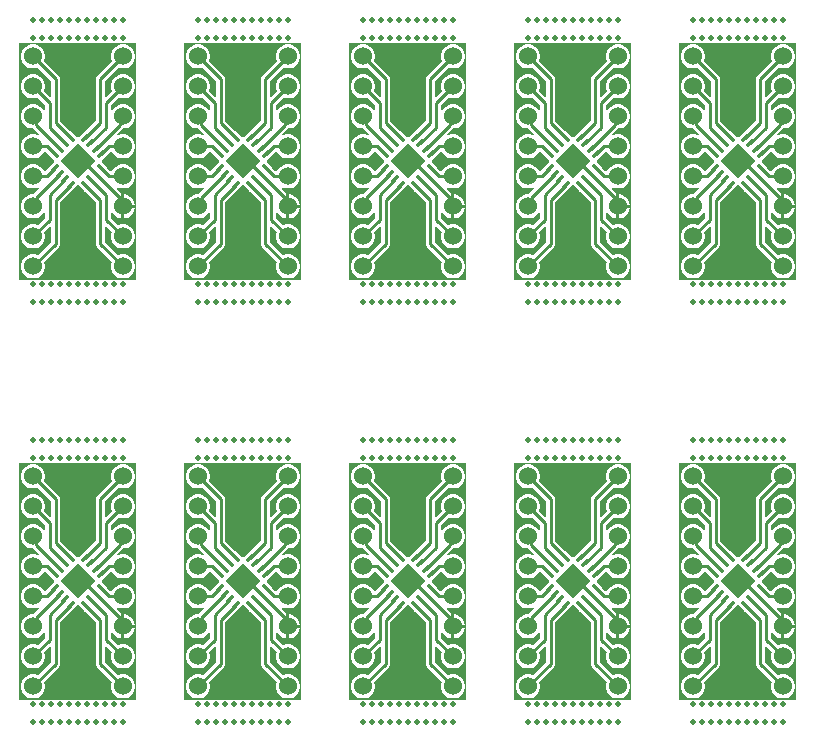
<source format=gbr>
%TF.GenerationSoftware,Altium Limited,Altium Designer,21.6.4 (81)*%
G04 Layer_Physical_Order=1*
G04 Layer_Color=255*
%FSLAX26Y26*%
%MOIN*%
%TF.SameCoordinates,5FA90F47-3B47-4036-B415-51D33840892C*%
%TF.FilePolarity,Positive*%
%TF.FileFunction,Copper,L1,Top,Signal*%
%TF.Part,CustomerPanel*%
G01*
G75*
%TA.AperFunction,SMDPad,CuDef*%
G04:AMPARAMS|DCode=10|XSize=82.677mil|YSize=82.677mil|CornerRadius=2.067mil|HoleSize=0mil|Usage=FLASHONLY|Rotation=315.000|XOffset=0mil|YOffset=0mil|HoleType=Round|Shape=RoundedRectangle|*
%AMROUNDEDRECTD10*
21,1,0.082677,0.078543,0,0,315.0*
21,1,0.078543,0.082677,0,0,315.0*
1,1,0.004134,0.000000,-0.055539*
1,1,0.004134,-0.055539,0.000000*
1,1,0.004134,0.000000,0.055539*
1,1,0.004134,0.055539,0.000000*
%
%ADD10ROUNDEDRECTD10*%
G04:AMPARAMS|DCode=11|XSize=11.811mil|YSize=29.528mil|CornerRadius=1.949mil|HoleSize=0mil|Usage=FLASHONLY|Rotation=315.000|XOffset=0mil|YOffset=0mil|HoleType=Round|Shape=RoundedRectangle|*
%AMROUNDEDRECTD11*
21,1,0.011811,0.025630,0,0,315.0*
21,1,0.007913,0.029528,0,0,315.0*
1,1,0.003898,-0.006264,-0.011859*
1,1,0.003898,-0.011859,-0.006264*
1,1,0.003898,0.006264,0.011859*
1,1,0.003898,0.011859,0.006264*
%
%ADD11ROUNDEDRECTD11*%
G04:AMPARAMS|DCode=12|XSize=11.811mil|YSize=29.528mil|CornerRadius=1.949mil|HoleSize=0mil|Usage=FLASHONLY|Rotation=45.000|XOffset=0mil|YOffset=0mil|HoleType=Round|Shape=RoundedRectangle|*
%AMROUNDEDRECTD12*
21,1,0.011811,0.025630,0,0,45.0*
21,1,0.007913,0.029528,0,0,45.0*
1,1,0.003898,0.011859,-0.006264*
1,1,0.003898,0.006264,-0.011859*
1,1,0.003898,-0.011859,0.006264*
1,1,0.003898,-0.006264,0.011859*
%
%ADD12ROUNDEDRECTD12*%
%TA.AperFunction,Conductor*%
%ADD13C,0.010000*%
%TA.AperFunction,ViaPad*%
%ADD14C,0.019685*%
%ADD15C,0.060000*%
G36*
X3745000Y2530000D02*
X3355000D01*
Y3320000D01*
X3745000D01*
Y2530000D01*
D02*
G37*
G36*
X3195000D02*
X2805000D01*
Y3320000D01*
X3195000D01*
Y2530000D01*
D02*
G37*
G36*
X2645000D02*
X2255000D01*
Y3320000D01*
X2645000D01*
Y2530000D01*
D02*
G37*
G36*
X2095000D02*
X1705000D01*
Y3320000D01*
X2095000D01*
Y2530000D01*
D02*
G37*
G36*
X1545000D02*
X1155000D01*
Y3320000D01*
X1545000D01*
Y2530000D01*
D02*
G37*
G36*
X3745000Y1130000D02*
X3355000D01*
Y1920000D01*
X3745000D01*
Y1130000D01*
D02*
G37*
G36*
X3195000D02*
X2805000D01*
Y1920000D01*
X3195000D01*
Y1130000D01*
D02*
G37*
G36*
X2645000D02*
X2255000D01*
Y1920000D01*
X2645000D01*
Y1130000D01*
D02*
G37*
G36*
X2095000D02*
X1705000D01*
Y1920000D01*
X2095000D01*
Y1130000D01*
D02*
G37*
G36*
X1545000D02*
X1155000D01*
Y1920000D01*
X1545000D01*
Y1130000D01*
D02*
G37*
%LPC*%
G36*
X3705266Y3315000D02*
X3694734D01*
X3684561Y3312274D01*
X3675439Y3307008D01*
X3667992Y3299561D01*
X3662726Y3290439D01*
X3660000Y3280266D01*
Y3269734D01*
X3662726Y3259561D01*
X3662801Y3259430D01*
X3613413Y3210042D01*
X3610098Y3205080D01*
X3608934Y3199227D01*
Y3059848D01*
X3574918Y3025832D01*
X3571313Y3023424D01*
X3553190Y3005301D01*
X3553007Y3005027D01*
X3546994D01*
X3546812Y3005299D01*
X3528689Y3023422D01*
X3525084Y3025830D01*
X3491066Y3059848D01*
Y3199227D01*
X3489902Y3205080D01*
X3486587Y3210042D01*
X3437199Y3259430D01*
X3437274Y3259561D01*
X3440000Y3269734D01*
Y3280266D01*
X3437274Y3290439D01*
X3432008Y3299561D01*
X3424561Y3307008D01*
X3415439Y3312274D01*
X3405266Y3315000D01*
X3394734D01*
X3384561Y3312274D01*
X3375439Y3307008D01*
X3367992Y3299561D01*
X3362726Y3290439D01*
X3360000Y3280266D01*
Y3269734D01*
X3362726Y3259561D01*
X3367992Y3250439D01*
X3375439Y3242992D01*
X3384561Y3237726D01*
X3394734Y3235000D01*
X3405266D01*
X3415439Y3237726D01*
X3415570Y3237801D01*
X3460479Y3192892D01*
Y3142683D01*
X3455859Y3140769D01*
X3437199Y3159430D01*
X3437274Y3159561D01*
X3440000Y3169734D01*
Y3180266D01*
X3437274Y3190439D01*
X3432008Y3199561D01*
X3424561Y3207008D01*
X3415439Y3212274D01*
X3405266Y3215000D01*
X3394734D01*
X3384561Y3212274D01*
X3375439Y3207008D01*
X3367992Y3199561D01*
X3362726Y3190439D01*
X3360000Y3180266D01*
Y3169734D01*
X3362726Y3159561D01*
X3367992Y3150439D01*
X3375439Y3142992D01*
X3384561Y3137726D01*
X3394734Y3135000D01*
X3405266D01*
X3415439Y3137726D01*
X3415570Y3137801D01*
X3440479Y3112892D01*
Y3094889D01*
X3435479Y3093549D01*
X3432008Y3099561D01*
X3424561Y3107008D01*
X3415439Y3112274D01*
X3405266Y3115000D01*
X3394734D01*
X3384561Y3112274D01*
X3375439Y3107008D01*
X3367992Y3099561D01*
X3362726Y3090439D01*
X3360000Y3080266D01*
Y3069734D01*
X3362726Y3059561D01*
X3367992Y3050439D01*
X3375439Y3042992D01*
X3384561Y3037726D01*
X3394734Y3035000D01*
X3400277D01*
X3419675Y3015602D01*
X3416605Y3011601D01*
X3415439Y3012274D01*
X3405266Y3015000D01*
X3394734D01*
X3384561Y3012274D01*
X3375439Y3007008D01*
X3367992Y2999561D01*
X3362726Y2990439D01*
X3360000Y2980266D01*
Y2969734D01*
X3362726Y2959561D01*
X3367992Y2950439D01*
X3375439Y2942992D01*
X3384561Y2937726D01*
X3394734Y2935000D01*
X3405266D01*
X3415439Y2937726D01*
X3424561Y2942992D01*
X3432008Y2950439D01*
X3435624Y2956702D01*
X3441653Y2957432D01*
X3449170Y2949915D01*
X3451578Y2946311D01*
X3469701Y2928188D01*
X3469972Y2928007D01*
Y2921993D01*
X3469701Y2921812D01*
X3451578Y2903689D01*
X3449170Y2900085D01*
X3441653Y2892568D01*
X3435624Y2893298D01*
X3432008Y2899561D01*
X3424561Y2907008D01*
X3415439Y2912274D01*
X3405266Y2915000D01*
X3394734D01*
X3384561Y2912274D01*
X3375439Y2907008D01*
X3367992Y2899561D01*
X3362726Y2890439D01*
X3360000Y2880266D01*
Y2869734D01*
X3362726Y2859561D01*
X3367992Y2850439D01*
X3375439Y2842992D01*
X3384561Y2837726D01*
X3394734Y2835000D01*
X3405266D01*
X3415439Y2837726D01*
X3416600Y2838396D01*
X3419670Y2834395D01*
X3400275Y2815000D01*
X3394734D01*
X3384561Y2812274D01*
X3375439Y2807008D01*
X3367992Y2799561D01*
X3362726Y2790439D01*
X3360000Y2780266D01*
Y2769734D01*
X3362726Y2759561D01*
X3367992Y2750439D01*
X3375439Y2742992D01*
X3384561Y2737726D01*
X3394734Y2735000D01*
X3405266D01*
X3415439Y2737726D01*
X3424561Y2742992D01*
X3432008Y2750439D01*
X3435479Y2756451D01*
X3440479Y2755111D01*
Y2737108D01*
X3415570Y2712199D01*
X3415439Y2712274D01*
X3405266Y2715000D01*
X3394734D01*
X3384561Y2712274D01*
X3375439Y2707008D01*
X3367992Y2699561D01*
X3362726Y2690439D01*
X3360000Y2680266D01*
Y2669734D01*
X3362726Y2659561D01*
X3367992Y2650439D01*
X3375439Y2642992D01*
X3384561Y2637726D01*
X3394734Y2635000D01*
X3405266D01*
X3415439Y2637726D01*
X3424561Y2642992D01*
X3432008Y2650439D01*
X3437274Y2659561D01*
X3440000Y2669734D01*
Y2680266D01*
X3437274Y2690439D01*
X3437199Y2690570D01*
X3455859Y2709231D01*
X3460479Y2707317D01*
Y2657108D01*
X3415570Y2612199D01*
X3415439Y2612274D01*
X3405266Y2615000D01*
X3394734D01*
X3384561Y2612274D01*
X3375439Y2607008D01*
X3367992Y2599561D01*
X3362726Y2590439D01*
X3360000Y2580266D01*
Y2569734D01*
X3362726Y2559561D01*
X3367992Y2550439D01*
X3375439Y2542992D01*
X3384561Y2537726D01*
X3394734Y2535000D01*
X3405266D01*
X3415439Y2537726D01*
X3424561Y2542992D01*
X3432008Y2550439D01*
X3437274Y2559561D01*
X3440000Y2569734D01*
Y2580266D01*
X3437274Y2590439D01*
X3437199Y2590570D01*
X3486587Y2639958D01*
X3489902Y2644920D01*
X3491066Y2650773D01*
Y2790152D01*
X3525084Y2824170D01*
X3528689Y2826578D01*
X3546812Y2844701D01*
X3546993Y2844972D01*
X3553007D01*
X3553188Y2844701D01*
X3571311Y2826578D01*
X3574916Y2824170D01*
X3608934Y2790152D01*
Y2650773D01*
X3610098Y2644920D01*
X3613413Y2639958D01*
X3662801Y2590570D01*
X3662726Y2590439D01*
X3660000Y2580266D01*
Y2569734D01*
X3662726Y2559561D01*
X3667992Y2550439D01*
X3675439Y2542992D01*
X3684561Y2537726D01*
X3694734Y2535000D01*
X3705266D01*
X3715439Y2537726D01*
X3724561Y2542992D01*
X3732008Y2550439D01*
X3737274Y2559561D01*
X3740000Y2569734D01*
Y2580266D01*
X3737274Y2590439D01*
X3732008Y2599561D01*
X3724561Y2607008D01*
X3715439Y2612274D01*
X3705266Y2615000D01*
X3694734D01*
X3684561Y2612274D01*
X3684430Y2612199D01*
X3639521Y2657108D01*
Y2707317D01*
X3644141Y2709231D01*
X3662801Y2690570D01*
X3662726Y2690439D01*
X3660000Y2680266D01*
Y2669734D01*
X3662726Y2659561D01*
X3667992Y2650439D01*
X3675439Y2642992D01*
X3684561Y2637726D01*
X3694734Y2635000D01*
X3705266D01*
X3715439Y2637726D01*
X3724561Y2642992D01*
X3732008Y2650439D01*
X3737274Y2659561D01*
X3740000Y2669734D01*
Y2680266D01*
X3737274Y2690439D01*
X3732008Y2699561D01*
X3724561Y2707008D01*
X3715439Y2712274D01*
X3705266Y2715000D01*
X3694734D01*
X3684561Y2712274D01*
X3684430Y2712199D01*
X3659521Y2737108D01*
Y2755111D01*
X3664521Y2756451D01*
X3667992Y2750439D01*
X3675439Y2742992D01*
X3684561Y2737726D01*
X3694734Y2735000D01*
X3695000D01*
Y2775000D01*
Y2819725D01*
X3680330Y2834395D01*
X3683400Y2838396D01*
X3684561Y2837726D01*
X3694734Y2835000D01*
X3705266D01*
X3715439Y2837726D01*
X3724561Y2842992D01*
X3732008Y2850439D01*
X3737274Y2859561D01*
X3740000Y2869734D01*
Y2880266D01*
X3737274Y2890439D01*
X3732008Y2899561D01*
X3724561Y2907008D01*
X3715439Y2912274D01*
X3705266Y2915000D01*
X3694734D01*
X3684561Y2912274D01*
X3675439Y2907008D01*
X3667992Y2899561D01*
X3664376Y2893298D01*
X3658347Y2892568D01*
X3650830Y2900085D01*
X3648422Y2903689D01*
X3630299Y2921812D01*
X3630027Y2921994D01*
Y2928007D01*
X3630301Y2928190D01*
X3648424Y2946313D01*
X3650832Y2949918D01*
X3658347Y2957432D01*
X3664376Y2956702D01*
X3667992Y2950439D01*
X3675439Y2942992D01*
X3684561Y2937726D01*
X3694734Y2935000D01*
X3705266D01*
X3715439Y2937726D01*
X3724561Y2942992D01*
X3732008Y2950439D01*
X3737274Y2959561D01*
X3740000Y2969734D01*
Y2980266D01*
X3737274Y2990439D01*
X3732008Y2999561D01*
X3724561Y3007008D01*
X3715439Y3012274D01*
X3705266Y3015000D01*
X3694734D01*
X3684561Y3012274D01*
X3683395Y3011601D01*
X3680325Y3015602D01*
X3699723Y3035000D01*
X3705266D01*
X3715439Y3037726D01*
X3724561Y3042992D01*
X3732008Y3050439D01*
X3737274Y3059561D01*
X3740000Y3069734D01*
Y3080266D01*
X3737274Y3090439D01*
X3732008Y3099561D01*
X3724561Y3107008D01*
X3715439Y3112274D01*
X3705266Y3115000D01*
X3694734D01*
X3684561Y3112274D01*
X3675439Y3107008D01*
X3667992Y3099561D01*
X3664521Y3093549D01*
X3659521Y3094889D01*
Y3112892D01*
X3684430Y3137801D01*
X3684561Y3137726D01*
X3694734Y3135000D01*
X3705266D01*
X3715439Y3137726D01*
X3724561Y3142992D01*
X3732008Y3150439D01*
X3737274Y3159561D01*
X3740000Y3169734D01*
Y3180266D01*
X3737274Y3190439D01*
X3732008Y3199561D01*
X3724561Y3207008D01*
X3715439Y3212274D01*
X3705266Y3215000D01*
X3694734D01*
X3684561Y3212274D01*
X3675439Y3207008D01*
X3667992Y3199561D01*
X3662726Y3190439D01*
X3660000Y3180266D01*
Y3169734D01*
X3662726Y3159561D01*
X3662801Y3159430D01*
X3644141Y3140769D01*
X3639521Y3142683D01*
Y3192892D01*
X3684430Y3237801D01*
X3684561Y3237726D01*
X3694734Y3235000D01*
X3705266D01*
X3715439Y3237726D01*
X3724561Y3242992D01*
X3732008Y3250439D01*
X3737274Y3259561D01*
X3740000Y3269734D01*
Y3280266D01*
X3737274Y3290439D01*
X3732008Y3299561D01*
X3724561Y3307008D01*
X3715439Y3312274D01*
X3705266Y3315000D01*
D02*
G37*
G36*
Y2815000D02*
X3705000D01*
Y2780000D01*
X3740000D01*
Y2780266D01*
X3737274Y2790439D01*
X3732008Y2799561D01*
X3724561Y2807008D01*
X3715439Y2812274D01*
X3705266Y2815000D01*
D02*
G37*
G36*
X3740000Y2770000D02*
X3705000D01*
Y2735000D01*
X3705266D01*
X3715439Y2737726D01*
X3724561Y2742992D01*
X3732008Y2750439D01*
X3737274Y2759561D01*
X3740000Y2769734D01*
Y2770000D01*
D02*
G37*
G36*
X3155266Y3315000D02*
X3144734D01*
X3134561Y3312274D01*
X3125439Y3307008D01*
X3117992Y3299561D01*
X3112726Y3290439D01*
X3110000Y3280266D01*
Y3269734D01*
X3112726Y3259561D01*
X3112801Y3259430D01*
X3063413Y3210042D01*
X3060098Y3205080D01*
X3058934Y3199227D01*
Y3059848D01*
X3024918Y3025832D01*
X3021313Y3023424D01*
X3003190Y3005301D01*
X3003007Y3005027D01*
X2996994D01*
X2996812Y3005299D01*
X2978689Y3023422D01*
X2975084Y3025830D01*
X2941066Y3059848D01*
Y3199227D01*
X2939902Y3205080D01*
X2936587Y3210042D01*
X2887199Y3259430D01*
X2887274Y3259561D01*
X2890000Y3269734D01*
Y3280266D01*
X2887274Y3290439D01*
X2882008Y3299561D01*
X2874561Y3307008D01*
X2865439Y3312274D01*
X2855266Y3315000D01*
X2844734D01*
X2834561Y3312274D01*
X2825439Y3307008D01*
X2817992Y3299561D01*
X2812726Y3290439D01*
X2810000Y3280266D01*
Y3269734D01*
X2812726Y3259561D01*
X2817992Y3250439D01*
X2825439Y3242992D01*
X2834561Y3237726D01*
X2844734Y3235000D01*
X2855266D01*
X2865439Y3237726D01*
X2865570Y3237801D01*
X2910479Y3192892D01*
Y3142683D01*
X2905859Y3140769D01*
X2887199Y3159430D01*
X2887274Y3159561D01*
X2890000Y3169734D01*
Y3180266D01*
X2887274Y3190439D01*
X2882008Y3199561D01*
X2874561Y3207008D01*
X2865439Y3212274D01*
X2855266Y3215000D01*
X2844734D01*
X2834561Y3212274D01*
X2825439Y3207008D01*
X2817992Y3199561D01*
X2812726Y3190439D01*
X2810000Y3180266D01*
Y3169734D01*
X2812726Y3159561D01*
X2817992Y3150439D01*
X2825439Y3142992D01*
X2834561Y3137726D01*
X2844734Y3135000D01*
X2855266D01*
X2865439Y3137726D01*
X2865570Y3137801D01*
X2890479Y3112892D01*
Y3094889D01*
X2885479Y3093549D01*
X2882008Y3099561D01*
X2874561Y3107008D01*
X2865439Y3112274D01*
X2855266Y3115000D01*
X2844734D01*
X2834561Y3112274D01*
X2825439Y3107008D01*
X2817992Y3099561D01*
X2812726Y3090439D01*
X2810000Y3080266D01*
Y3069734D01*
X2812726Y3059561D01*
X2817992Y3050439D01*
X2825439Y3042992D01*
X2834561Y3037726D01*
X2844734Y3035000D01*
X2850277D01*
X2869675Y3015602D01*
X2866605Y3011601D01*
X2865439Y3012274D01*
X2855266Y3015000D01*
X2844734D01*
X2834561Y3012274D01*
X2825439Y3007008D01*
X2817992Y2999561D01*
X2812726Y2990439D01*
X2810000Y2980266D01*
Y2969734D01*
X2812726Y2959561D01*
X2817992Y2950439D01*
X2825439Y2942992D01*
X2834561Y2937726D01*
X2844734Y2935000D01*
X2855266D01*
X2865439Y2937726D01*
X2874561Y2942992D01*
X2882008Y2950439D01*
X2885624Y2956702D01*
X2891653Y2957432D01*
X2899170Y2949915D01*
X2901578Y2946311D01*
X2919701Y2928188D01*
X2919972Y2928007D01*
Y2921993D01*
X2919701Y2921812D01*
X2901578Y2903689D01*
X2899170Y2900085D01*
X2891653Y2892568D01*
X2885624Y2893298D01*
X2882008Y2899561D01*
X2874561Y2907008D01*
X2865439Y2912274D01*
X2855266Y2915000D01*
X2844734D01*
X2834561Y2912274D01*
X2825439Y2907008D01*
X2817992Y2899561D01*
X2812726Y2890439D01*
X2810000Y2880266D01*
Y2869734D01*
X2812726Y2859561D01*
X2817992Y2850439D01*
X2825439Y2842992D01*
X2834561Y2837726D01*
X2844734Y2835000D01*
X2855266D01*
X2865439Y2837726D01*
X2866600Y2838396D01*
X2869670Y2834395D01*
X2850275Y2815000D01*
X2844734D01*
X2834561Y2812274D01*
X2825439Y2807008D01*
X2817992Y2799561D01*
X2812726Y2790439D01*
X2810000Y2780266D01*
Y2769734D01*
X2812726Y2759561D01*
X2817992Y2750439D01*
X2825439Y2742992D01*
X2834561Y2737726D01*
X2844734Y2735000D01*
X2855266D01*
X2865439Y2737726D01*
X2874561Y2742992D01*
X2882008Y2750439D01*
X2885479Y2756451D01*
X2890479Y2755111D01*
Y2737108D01*
X2865570Y2712199D01*
X2865439Y2712274D01*
X2855266Y2715000D01*
X2844734D01*
X2834561Y2712274D01*
X2825439Y2707008D01*
X2817992Y2699561D01*
X2812726Y2690439D01*
X2810000Y2680266D01*
Y2669734D01*
X2812726Y2659561D01*
X2817992Y2650439D01*
X2825439Y2642992D01*
X2834561Y2637726D01*
X2844734Y2635000D01*
X2855266D01*
X2865439Y2637726D01*
X2874561Y2642992D01*
X2882008Y2650439D01*
X2887274Y2659561D01*
X2890000Y2669734D01*
Y2680266D01*
X2887274Y2690439D01*
X2887199Y2690570D01*
X2905859Y2709231D01*
X2910479Y2707317D01*
Y2657108D01*
X2865570Y2612199D01*
X2865439Y2612274D01*
X2855266Y2615000D01*
X2844734D01*
X2834561Y2612274D01*
X2825439Y2607008D01*
X2817992Y2599561D01*
X2812726Y2590439D01*
X2810000Y2580266D01*
Y2569734D01*
X2812726Y2559561D01*
X2817992Y2550439D01*
X2825439Y2542992D01*
X2834561Y2537726D01*
X2844734Y2535000D01*
X2855266D01*
X2865439Y2537726D01*
X2874561Y2542992D01*
X2882008Y2550439D01*
X2887274Y2559561D01*
X2890000Y2569734D01*
Y2580266D01*
X2887274Y2590439D01*
X2887199Y2590570D01*
X2936587Y2639958D01*
X2939902Y2644920D01*
X2941066Y2650773D01*
Y2790152D01*
X2975084Y2824170D01*
X2978689Y2826578D01*
X2996812Y2844701D01*
X2996993Y2844972D01*
X3003007D01*
X3003188Y2844701D01*
X3021311Y2826578D01*
X3024916Y2824170D01*
X3058934Y2790152D01*
Y2650773D01*
X3060098Y2644920D01*
X3063413Y2639958D01*
X3112801Y2590570D01*
X3112726Y2590439D01*
X3110000Y2580266D01*
Y2569734D01*
X3112726Y2559561D01*
X3117992Y2550439D01*
X3125439Y2542992D01*
X3134561Y2537726D01*
X3144734Y2535000D01*
X3155266D01*
X3165439Y2537726D01*
X3174561Y2542992D01*
X3182008Y2550439D01*
X3187274Y2559561D01*
X3190000Y2569734D01*
Y2580266D01*
X3187274Y2590439D01*
X3182008Y2599561D01*
X3174561Y2607008D01*
X3165439Y2612274D01*
X3155266Y2615000D01*
X3144734D01*
X3134561Y2612274D01*
X3134430Y2612199D01*
X3089521Y2657108D01*
Y2707317D01*
X3094141Y2709231D01*
X3112801Y2690570D01*
X3112726Y2690439D01*
X3110000Y2680266D01*
Y2669734D01*
X3112726Y2659561D01*
X3117992Y2650439D01*
X3125439Y2642992D01*
X3134561Y2637726D01*
X3144734Y2635000D01*
X3155266D01*
X3165439Y2637726D01*
X3174561Y2642992D01*
X3182008Y2650439D01*
X3187274Y2659561D01*
X3190000Y2669734D01*
Y2680266D01*
X3187274Y2690439D01*
X3182008Y2699561D01*
X3174561Y2707008D01*
X3165439Y2712274D01*
X3155266Y2715000D01*
X3144734D01*
X3134561Y2712274D01*
X3134430Y2712199D01*
X3109521Y2737108D01*
Y2755111D01*
X3114521Y2756451D01*
X3117992Y2750439D01*
X3125439Y2742992D01*
X3134561Y2737726D01*
X3144734Y2735000D01*
X3145000D01*
Y2775000D01*
Y2819725D01*
X3130330Y2834395D01*
X3133400Y2838396D01*
X3134561Y2837726D01*
X3144734Y2835000D01*
X3155266D01*
X3165439Y2837726D01*
X3174561Y2842992D01*
X3182008Y2850439D01*
X3187274Y2859561D01*
X3190000Y2869734D01*
Y2880266D01*
X3187274Y2890439D01*
X3182008Y2899561D01*
X3174561Y2907008D01*
X3165439Y2912274D01*
X3155266Y2915000D01*
X3144734D01*
X3134561Y2912274D01*
X3125439Y2907008D01*
X3117992Y2899561D01*
X3114376Y2893298D01*
X3108347Y2892568D01*
X3100830Y2900085D01*
X3098422Y2903689D01*
X3080299Y2921812D01*
X3080027Y2921994D01*
Y2928007D01*
X3080301Y2928190D01*
X3098424Y2946313D01*
X3100832Y2949918D01*
X3108347Y2957432D01*
X3114376Y2956702D01*
X3117992Y2950439D01*
X3125439Y2942992D01*
X3134561Y2937726D01*
X3144734Y2935000D01*
X3155266D01*
X3165439Y2937726D01*
X3174561Y2942992D01*
X3182008Y2950439D01*
X3187274Y2959561D01*
X3190000Y2969734D01*
Y2980266D01*
X3187274Y2990439D01*
X3182008Y2999561D01*
X3174561Y3007008D01*
X3165439Y3012274D01*
X3155266Y3015000D01*
X3144734D01*
X3134561Y3012274D01*
X3133395Y3011601D01*
X3130325Y3015602D01*
X3149723Y3035000D01*
X3155266D01*
X3165439Y3037726D01*
X3174561Y3042992D01*
X3182008Y3050439D01*
X3187274Y3059561D01*
X3190000Y3069734D01*
Y3080266D01*
X3187274Y3090439D01*
X3182008Y3099561D01*
X3174561Y3107008D01*
X3165439Y3112274D01*
X3155266Y3115000D01*
X3144734D01*
X3134561Y3112274D01*
X3125439Y3107008D01*
X3117992Y3099561D01*
X3114521Y3093549D01*
X3109521Y3094889D01*
Y3112892D01*
X3134430Y3137801D01*
X3134561Y3137726D01*
X3144734Y3135000D01*
X3155266D01*
X3165439Y3137726D01*
X3174561Y3142992D01*
X3182008Y3150439D01*
X3187274Y3159561D01*
X3190000Y3169734D01*
Y3180266D01*
X3187274Y3190439D01*
X3182008Y3199561D01*
X3174561Y3207008D01*
X3165439Y3212274D01*
X3155266Y3215000D01*
X3144734D01*
X3134561Y3212274D01*
X3125439Y3207008D01*
X3117992Y3199561D01*
X3112726Y3190439D01*
X3110000Y3180266D01*
Y3169734D01*
X3112726Y3159561D01*
X3112801Y3159430D01*
X3094141Y3140769D01*
X3089521Y3142683D01*
Y3192892D01*
X3134430Y3237801D01*
X3134561Y3237726D01*
X3144734Y3235000D01*
X3155266D01*
X3165439Y3237726D01*
X3174561Y3242992D01*
X3182008Y3250439D01*
X3187274Y3259561D01*
X3190000Y3269734D01*
Y3280266D01*
X3187274Y3290439D01*
X3182008Y3299561D01*
X3174561Y3307008D01*
X3165439Y3312274D01*
X3155266Y3315000D01*
D02*
G37*
G36*
Y2815000D02*
X3155000D01*
Y2780000D01*
X3190000D01*
Y2780266D01*
X3187274Y2790439D01*
X3182008Y2799561D01*
X3174561Y2807008D01*
X3165439Y2812274D01*
X3155266Y2815000D01*
D02*
G37*
G36*
X3190000Y2770000D02*
X3155000D01*
Y2735000D01*
X3155266D01*
X3165439Y2737726D01*
X3174561Y2742992D01*
X3182008Y2750439D01*
X3187274Y2759561D01*
X3190000Y2769734D01*
Y2770000D01*
D02*
G37*
G36*
X2605266Y3315000D02*
X2594734D01*
X2584561Y3312274D01*
X2575439Y3307008D01*
X2567992Y3299561D01*
X2562726Y3290439D01*
X2560000Y3280266D01*
Y3269734D01*
X2562726Y3259561D01*
X2562801Y3259430D01*
X2513413Y3210042D01*
X2510098Y3205080D01*
X2508934Y3199227D01*
Y3059848D01*
X2474918Y3025832D01*
X2471313Y3023424D01*
X2453190Y3005301D01*
X2453007Y3005027D01*
X2446994D01*
X2446812Y3005299D01*
X2428689Y3023422D01*
X2425084Y3025830D01*
X2391066Y3059848D01*
Y3199227D01*
X2389902Y3205080D01*
X2386587Y3210042D01*
X2337199Y3259430D01*
X2337274Y3259561D01*
X2340000Y3269734D01*
Y3280266D01*
X2337274Y3290439D01*
X2332008Y3299561D01*
X2324561Y3307008D01*
X2315439Y3312274D01*
X2305266Y3315000D01*
X2294734D01*
X2284561Y3312274D01*
X2275439Y3307008D01*
X2267992Y3299561D01*
X2262726Y3290439D01*
X2260000Y3280266D01*
Y3269734D01*
X2262726Y3259561D01*
X2267992Y3250439D01*
X2275439Y3242992D01*
X2284561Y3237726D01*
X2294734Y3235000D01*
X2305266D01*
X2315439Y3237726D01*
X2315570Y3237801D01*
X2360479Y3192892D01*
Y3142683D01*
X2355859Y3140769D01*
X2337199Y3159430D01*
X2337274Y3159561D01*
X2340000Y3169734D01*
Y3180266D01*
X2337274Y3190439D01*
X2332008Y3199561D01*
X2324561Y3207008D01*
X2315439Y3212274D01*
X2305266Y3215000D01*
X2294734D01*
X2284561Y3212274D01*
X2275439Y3207008D01*
X2267992Y3199561D01*
X2262726Y3190439D01*
X2260000Y3180266D01*
Y3169734D01*
X2262726Y3159561D01*
X2267992Y3150439D01*
X2275439Y3142992D01*
X2284561Y3137726D01*
X2294734Y3135000D01*
X2305266D01*
X2315439Y3137726D01*
X2315570Y3137801D01*
X2340479Y3112892D01*
Y3094889D01*
X2335479Y3093549D01*
X2332008Y3099561D01*
X2324561Y3107008D01*
X2315439Y3112274D01*
X2305266Y3115000D01*
X2294734D01*
X2284561Y3112274D01*
X2275439Y3107008D01*
X2267992Y3099561D01*
X2262726Y3090439D01*
X2260000Y3080266D01*
Y3069734D01*
X2262726Y3059561D01*
X2267992Y3050439D01*
X2275439Y3042992D01*
X2284561Y3037726D01*
X2294734Y3035000D01*
X2300277D01*
X2319675Y3015602D01*
X2316605Y3011601D01*
X2315439Y3012274D01*
X2305266Y3015000D01*
X2294734D01*
X2284561Y3012274D01*
X2275439Y3007008D01*
X2267992Y2999561D01*
X2262726Y2990439D01*
X2260000Y2980266D01*
Y2969734D01*
X2262726Y2959561D01*
X2267992Y2950439D01*
X2275439Y2942992D01*
X2284561Y2937726D01*
X2294734Y2935000D01*
X2305266D01*
X2315439Y2937726D01*
X2324561Y2942992D01*
X2332008Y2950439D01*
X2335624Y2956702D01*
X2341653Y2957432D01*
X2349170Y2949915D01*
X2351578Y2946311D01*
X2369701Y2928188D01*
X2369972Y2928007D01*
Y2921993D01*
X2369701Y2921812D01*
X2351578Y2903689D01*
X2349170Y2900085D01*
X2341653Y2892568D01*
X2335624Y2893298D01*
X2332008Y2899561D01*
X2324561Y2907008D01*
X2315439Y2912274D01*
X2305266Y2915000D01*
X2294734D01*
X2284561Y2912274D01*
X2275439Y2907008D01*
X2267992Y2899561D01*
X2262726Y2890439D01*
X2260000Y2880266D01*
Y2869734D01*
X2262726Y2859561D01*
X2267992Y2850439D01*
X2275439Y2842992D01*
X2284561Y2837726D01*
X2294734Y2835000D01*
X2305266D01*
X2315439Y2837726D01*
X2316600Y2838396D01*
X2319670Y2834395D01*
X2300275Y2815000D01*
X2294734D01*
X2284561Y2812274D01*
X2275439Y2807008D01*
X2267992Y2799561D01*
X2262726Y2790439D01*
X2260000Y2780266D01*
Y2769734D01*
X2262726Y2759561D01*
X2267992Y2750439D01*
X2275439Y2742992D01*
X2284561Y2737726D01*
X2294734Y2735000D01*
X2305266D01*
X2315439Y2737726D01*
X2324561Y2742992D01*
X2332008Y2750439D01*
X2335479Y2756451D01*
X2340479Y2755111D01*
Y2737108D01*
X2315570Y2712199D01*
X2315439Y2712274D01*
X2305266Y2715000D01*
X2294734D01*
X2284561Y2712274D01*
X2275439Y2707008D01*
X2267992Y2699561D01*
X2262726Y2690439D01*
X2260000Y2680266D01*
Y2669734D01*
X2262726Y2659561D01*
X2267992Y2650439D01*
X2275439Y2642992D01*
X2284561Y2637726D01*
X2294734Y2635000D01*
X2305266D01*
X2315439Y2637726D01*
X2324561Y2642992D01*
X2332008Y2650439D01*
X2337274Y2659561D01*
X2340000Y2669734D01*
Y2680266D01*
X2337274Y2690439D01*
X2337199Y2690570D01*
X2355859Y2709231D01*
X2360479Y2707317D01*
Y2657108D01*
X2315570Y2612199D01*
X2315439Y2612274D01*
X2305266Y2615000D01*
X2294734D01*
X2284561Y2612274D01*
X2275439Y2607008D01*
X2267992Y2599561D01*
X2262726Y2590439D01*
X2260000Y2580266D01*
Y2569734D01*
X2262726Y2559561D01*
X2267992Y2550439D01*
X2275439Y2542992D01*
X2284561Y2537726D01*
X2294734Y2535000D01*
X2305266D01*
X2315439Y2537726D01*
X2324561Y2542992D01*
X2332008Y2550439D01*
X2337274Y2559561D01*
X2340000Y2569734D01*
Y2580266D01*
X2337274Y2590439D01*
X2337199Y2590570D01*
X2386587Y2639958D01*
X2389902Y2644920D01*
X2391066Y2650773D01*
Y2790152D01*
X2425084Y2824170D01*
X2428689Y2826578D01*
X2446812Y2844701D01*
X2446993Y2844972D01*
X2453007D01*
X2453188Y2844701D01*
X2471311Y2826578D01*
X2474916Y2824170D01*
X2508934Y2790152D01*
Y2650773D01*
X2510098Y2644920D01*
X2513413Y2639958D01*
X2562801Y2590570D01*
X2562726Y2590439D01*
X2560000Y2580266D01*
Y2569734D01*
X2562726Y2559561D01*
X2567992Y2550439D01*
X2575439Y2542992D01*
X2584561Y2537726D01*
X2594734Y2535000D01*
X2605266D01*
X2615439Y2537726D01*
X2624561Y2542992D01*
X2632008Y2550439D01*
X2637274Y2559561D01*
X2640000Y2569734D01*
Y2580266D01*
X2637274Y2590439D01*
X2632008Y2599561D01*
X2624561Y2607008D01*
X2615439Y2612274D01*
X2605266Y2615000D01*
X2594734D01*
X2584561Y2612274D01*
X2584430Y2612199D01*
X2539521Y2657108D01*
Y2707317D01*
X2544141Y2709231D01*
X2562801Y2690570D01*
X2562726Y2690439D01*
X2560000Y2680266D01*
Y2669734D01*
X2562726Y2659561D01*
X2567992Y2650439D01*
X2575439Y2642992D01*
X2584561Y2637726D01*
X2594734Y2635000D01*
X2605266D01*
X2615439Y2637726D01*
X2624561Y2642992D01*
X2632008Y2650439D01*
X2637274Y2659561D01*
X2640000Y2669734D01*
Y2680266D01*
X2637274Y2690439D01*
X2632008Y2699561D01*
X2624561Y2707008D01*
X2615439Y2712274D01*
X2605266Y2715000D01*
X2594734D01*
X2584561Y2712274D01*
X2584430Y2712199D01*
X2559521Y2737108D01*
Y2755111D01*
X2564521Y2756451D01*
X2567992Y2750439D01*
X2575439Y2742992D01*
X2584561Y2737726D01*
X2594734Y2735000D01*
X2595000D01*
Y2775000D01*
Y2819725D01*
X2580330Y2834395D01*
X2583400Y2838396D01*
X2584561Y2837726D01*
X2594734Y2835000D01*
X2605266D01*
X2615439Y2837726D01*
X2624561Y2842992D01*
X2632008Y2850439D01*
X2637274Y2859561D01*
X2640000Y2869734D01*
Y2880266D01*
X2637274Y2890439D01*
X2632008Y2899561D01*
X2624561Y2907008D01*
X2615439Y2912274D01*
X2605266Y2915000D01*
X2594734D01*
X2584561Y2912274D01*
X2575439Y2907008D01*
X2567992Y2899561D01*
X2564376Y2893298D01*
X2558347Y2892568D01*
X2550830Y2900085D01*
X2548422Y2903689D01*
X2530299Y2921812D01*
X2530027Y2921994D01*
Y2928007D01*
X2530301Y2928190D01*
X2548424Y2946313D01*
X2550832Y2949918D01*
X2558347Y2957432D01*
X2564376Y2956702D01*
X2567992Y2950439D01*
X2575439Y2942992D01*
X2584561Y2937726D01*
X2594734Y2935000D01*
X2605266D01*
X2615439Y2937726D01*
X2624561Y2942992D01*
X2632008Y2950439D01*
X2637274Y2959561D01*
X2640000Y2969734D01*
Y2980266D01*
X2637274Y2990439D01*
X2632008Y2999561D01*
X2624561Y3007008D01*
X2615439Y3012274D01*
X2605266Y3015000D01*
X2594734D01*
X2584561Y3012274D01*
X2583395Y3011601D01*
X2580325Y3015602D01*
X2599723Y3035000D01*
X2605266D01*
X2615439Y3037726D01*
X2624561Y3042992D01*
X2632008Y3050439D01*
X2637274Y3059561D01*
X2640000Y3069734D01*
Y3080266D01*
X2637274Y3090439D01*
X2632008Y3099561D01*
X2624561Y3107008D01*
X2615439Y3112274D01*
X2605266Y3115000D01*
X2594734D01*
X2584561Y3112274D01*
X2575439Y3107008D01*
X2567992Y3099561D01*
X2564521Y3093549D01*
X2559521Y3094889D01*
Y3112892D01*
X2584430Y3137801D01*
X2584561Y3137726D01*
X2594734Y3135000D01*
X2605266D01*
X2615439Y3137726D01*
X2624561Y3142992D01*
X2632008Y3150439D01*
X2637274Y3159561D01*
X2640000Y3169734D01*
Y3180266D01*
X2637274Y3190439D01*
X2632008Y3199561D01*
X2624561Y3207008D01*
X2615439Y3212274D01*
X2605266Y3215000D01*
X2594734D01*
X2584561Y3212274D01*
X2575439Y3207008D01*
X2567992Y3199561D01*
X2562726Y3190439D01*
X2560000Y3180266D01*
Y3169734D01*
X2562726Y3159561D01*
X2562801Y3159430D01*
X2544141Y3140769D01*
X2539521Y3142683D01*
Y3192892D01*
X2584430Y3237801D01*
X2584561Y3237726D01*
X2594734Y3235000D01*
X2605266D01*
X2615439Y3237726D01*
X2624561Y3242992D01*
X2632008Y3250439D01*
X2637274Y3259561D01*
X2640000Y3269734D01*
Y3280266D01*
X2637274Y3290439D01*
X2632008Y3299561D01*
X2624561Y3307008D01*
X2615439Y3312274D01*
X2605266Y3315000D01*
D02*
G37*
G36*
Y2815000D02*
X2605000D01*
Y2780000D01*
X2640000D01*
Y2780266D01*
X2637274Y2790439D01*
X2632008Y2799561D01*
X2624561Y2807008D01*
X2615439Y2812274D01*
X2605266Y2815000D01*
D02*
G37*
G36*
X2640000Y2770000D02*
X2605000D01*
Y2735000D01*
X2605266D01*
X2615439Y2737726D01*
X2624561Y2742992D01*
X2632008Y2750439D01*
X2637274Y2759561D01*
X2640000Y2769734D01*
Y2770000D01*
D02*
G37*
G36*
X2055266Y3315000D02*
X2044734D01*
X2034561Y3312274D01*
X2025439Y3307008D01*
X2017992Y3299561D01*
X2012726Y3290439D01*
X2010000Y3280266D01*
Y3269734D01*
X2012726Y3259561D01*
X2012801Y3259430D01*
X1963413Y3210042D01*
X1960098Y3205080D01*
X1958934Y3199227D01*
Y3059848D01*
X1924918Y3025832D01*
X1921313Y3023424D01*
X1903190Y3005301D01*
X1903007Y3005027D01*
X1896994D01*
X1896812Y3005299D01*
X1878689Y3023422D01*
X1875084Y3025830D01*
X1841066Y3059848D01*
Y3199227D01*
X1839902Y3205080D01*
X1836587Y3210042D01*
X1787199Y3259430D01*
X1787274Y3259561D01*
X1790000Y3269734D01*
Y3280266D01*
X1787274Y3290439D01*
X1782008Y3299561D01*
X1774561Y3307008D01*
X1765439Y3312274D01*
X1755266Y3315000D01*
X1744734D01*
X1734561Y3312274D01*
X1725439Y3307008D01*
X1717992Y3299561D01*
X1712726Y3290439D01*
X1710000Y3280266D01*
Y3269734D01*
X1712726Y3259561D01*
X1717992Y3250439D01*
X1725439Y3242992D01*
X1734561Y3237726D01*
X1744734Y3235000D01*
X1755266D01*
X1765439Y3237726D01*
X1765570Y3237801D01*
X1810479Y3192892D01*
Y3142683D01*
X1805859Y3140769D01*
X1787199Y3159430D01*
X1787274Y3159561D01*
X1790000Y3169734D01*
Y3180266D01*
X1787274Y3190439D01*
X1782008Y3199561D01*
X1774561Y3207008D01*
X1765439Y3212274D01*
X1755266Y3215000D01*
X1744734D01*
X1734561Y3212274D01*
X1725439Y3207008D01*
X1717992Y3199561D01*
X1712726Y3190439D01*
X1710000Y3180266D01*
Y3169734D01*
X1712726Y3159561D01*
X1717992Y3150439D01*
X1725439Y3142992D01*
X1734561Y3137726D01*
X1744734Y3135000D01*
X1755266D01*
X1765439Y3137726D01*
X1765570Y3137801D01*
X1790479Y3112892D01*
Y3094889D01*
X1785479Y3093549D01*
X1782008Y3099561D01*
X1774561Y3107008D01*
X1765439Y3112274D01*
X1755266Y3115000D01*
X1744734D01*
X1734561Y3112274D01*
X1725439Y3107008D01*
X1717992Y3099561D01*
X1712726Y3090439D01*
X1710000Y3080266D01*
Y3069734D01*
X1712726Y3059561D01*
X1717992Y3050439D01*
X1725439Y3042992D01*
X1734561Y3037726D01*
X1744734Y3035000D01*
X1750277D01*
X1769675Y3015602D01*
X1766605Y3011601D01*
X1765439Y3012274D01*
X1755266Y3015000D01*
X1744734D01*
X1734561Y3012274D01*
X1725439Y3007008D01*
X1717992Y2999561D01*
X1712726Y2990439D01*
X1710000Y2980266D01*
Y2969734D01*
X1712726Y2959561D01*
X1717992Y2950439D01*
X1725439Y2942992D01*
X1734561Y2937726D01*
X1744734Y2935000D01*
X1755266D01*
X1765439Y2937726D01*
X1774561Y2942992D01*
X1782008Y2950439D01*
X1785623Y2956702D01*
X1791653Y2957432D01*
X1799170Y2949915D01*
X1801578Y2946311D01*
X1819701Y2928188D01*
X1819973Y2928007D01*
Y2921993D01*
X1819701Y2921812D01*
X1801578Y2903689D01*
X1799170Y2900085D01*
X1791653Y2892568D01*
X1785623Y2893298D01*
X1782008Y2899561D01*
X1774561Y2907008D01*
X1765439Y2912274D01*
X1755266Y2915000D01*
X1744734D01*
X1734561Y2912274D01*
X1725439Y2907008D01*
X1717992Y2899561D01*
X1712726Y2890439D01*
X1710000Y2880266D01*
Y2869734D01*
X1712726Y2859561D01*
X1717992Y2850439D01*
X1725439Y2842992D01*
X1734561Y2837726D01*
X1744734Y2835000D01*
X1755266D01*
X1765439Y2837726D01*
X1766600Y2838396D01*
X1769670Y2834395D01*
X1750275Y2815000D01*
X1744734D01*
X1734561Y2812274D01*
X1725439Y2807008D01*
X1717992Y2799561D01*
X1712726Y2790439D01*
X1710000Y2780266D01*
Y2769734D01*
X1712726Y2759561D01*
X1717992Y2750439D01*
X1725439Y2742992D01*
X1734561Y2737726D01*
X1744734Y2735000D01*
X1755266D01*
X1765439Y2737726D01*
X1774561Y2742992D01*
X1782008Y2750439D01*
X1785479Y2756451D01*
X1790479Y2755111D01*
Y2737108D01*
X1765570Y2712199D01*
X1765439Y2712274D01*
X1755266Y2715000D01*
X1744734D01*
X1734561Y2712274D01*
X1725439Y2707008D01*
X1717992Y2699561D01*
X1712726Y2690439D01*
X1710000Y2680266D01*
Y2669734D01*
X1712726Y2659561D01*
X1717992Y2650439D01*
X1725439Y2642992D01*
X1734561Y2637726D01*
X1744734Y2635000D01*
X1755266D01*
X1765439Y2637726D01*
X1774561Y2642992D01*
X1782008Y2650439D01*
X1787274Y2659561D01*
X1790000Y2669734D01*
Y2680266D01*
X1787274Y2690439D01*
X1787199Y2690570D01*
X1805859Y2709231D01*
X1810479Y2707317D01*
Y2657108D01*
X1765570Y2612199D01*
X1765439Y2612274D01*
X1755266Y2615000D01*
X1744734D01*
X1734561Y2612274D01*
X1725439Y2607008D01*
X1717992Y2599561D01*
X1712726Y2590439D01*
X1710000Y2580266D01*
Y2569734D01*
X1712726Y2559561D01*
X1717992Y2550439D01*
X1725439Y2542992D01*
X1734561Y2537726D01*
X1744734Y2535000D01*
X1755266D01*
X1765439Y2537726D01*
X1774561Y2542992D01*
X1782008Y2550439D01*
X1787274Y2559561D01*
X1790000Y2569734D01*
Y2580266D01*
X1787274Y2590439D01*
X1787199Y2590570D01*
X1836587Y2639958D01*
X1839902Y2644920D01*
X1841066Y2650773D01*
Y2790152D01*
X1875084Y2824170D01*
X1878689Y2826578D01*
X1896812Y2844701D01*
X1896993Y2844972D01*
X1903007D01*
X1903188Y2844701D01*
X1921311Y2826578D01*
X1924916Y2824170D01*
X1958934Y2790152D01*
Y2650773D01*
X1960098Y2644920D01*
X1963413Y2639958D01*
X2012801Y2590570D01*
X2012726Y2590439D01*
X2010000Y2580266D01*
Y2569734D01*
X2012726Y2559561D01*
X2017992Y2550439D01*
X2025439Y2542992D01*
X2034561Y2537726D01*
X2044734Y2535000D01*
X2055266D01*
X2065439Y2537726D01*
X2074561Y2542992D01*
X2082008Y2550439D01*
X2087274Y2559561D01*
X2090000Y2569734D01*
Y2580266D01*
X2087274Y2590439D01*
X2082008Y2599561D01*
X2074561Y2607008D01*
X2065439Y2612274D01*
X2055266Y2615000D01*
X2044734D01*
X2034561Y2612274D01*
X2034430Y2612199D01*
X1989521Y2657108D01*
Y2707317D01*
X1994141Y2709231D01*
X2012801Y2690570D01*
X2012726Y2690439D01*
X2010000Y2680266D01*
Y2669734D01*
X2012726Y2659561D01*
X2017992Y2650439D01*
X2025439Y2642992D01*
X2034561Y2637726D01*
X2044734Y2635000D01*
X2055266D01*
X2065439Y2637726D01*
X2074561Y2642992D01*
X2082008Y2650439D01*
X2087274Y2659561D01*
X2090000Y2669734D01*
Y2680266D01*
X2087274Y2690439D01*
X2082008Y2699561D01*
X2074561Y2707008D01*
X2065439Y2712274D01*
X2055266Y2715000D01*
X2044734D01*
X2034561Y2712274D01*
X2034430Y2712199D01*
X2009521Y2737108D01*
Y2755111D01*
X2014521Y2756451D01*
X2017992Y2750439D01*
X2025439Y2742992D01*
X2034561Y2737726D01*
X2044734Y2735000D01*
X2045000D01*
Y2775000D01*
Y2819725D01*
X2030330Y2834395D01*
X2033400Y2838396D01*
X2034561Y2837726D01*
X2044734Y2835000D01*
X2055266D01*
X2065439Y2837726D01*
X2074561Y2842992D01*
X2082008Y2850439D01*
X2087274Y2859561D01*
X2090000Y2869734D01*
Y2880266D01*
X2087274Y2890439D01*
X2082008Y2899561D01*
X2074561Y2907008D01*
X2065439Y2912274D01*
X2055266Y2915000D01*
X2044734D01*
X2034561Y2912274D01*
X2025439Y2907008D01*
X2017992Y2899561D01*
X2014377Y2893298D01*
X2008347Y2892568D01*
X2000830Y2900085D01*
X1998422Y2903689D01*
X1980299Y2921812D01*
X1980027Y2921994D01*
Y2928007D01*
X1980301Y2928190D01*
X1998424Y2946313D01*
X2000832Y2949918D01*
X2008347Y2957432D01*
X2014377Y2956702D01*
X2017992Y2950439D01*
X2025439Y2942992D01*
X2034561Y2937726D01*
X2044734Y2935000D01*
X2055266D01*
X2065439Y2937726D01*
X2074561Y2942992D01*
X2082008Y2950439D01*
X2087274Y2959561D01*
X2090000Y2969734D01*
Y2980266D01*
X2087274Y2990439D01*
X2082008Y2999561D01*
X2074561Y3007008D01*
X2065439Y3012274D01*
X2055266Y3015000D01*
X2044734D01*
X2034561Y3012274D01*
X2033395Y3011601D01*
X2030325Y3015602D01*
X2049723Y3035000D01*
X2055266D01*
X2065439Y3037726D01*
X2074561Y3042992D01*
X2082008Y3050439D01*
X2087274Y3059561D01*
X2090000Y3069734D01*
Y3080266D01*
X2087274Y3090439D01*
X2082008Y3099561D01*
X2074561Y3107008D01*
X2065439Y3112274D01*
X2055266Y3115000D01*
X2044734D01*
X2034561Y3112274D01*
X2025439Y3107008D01*
X2017992Y3099561D01*
X2014521Y3093549D01*
X2009521Y3094889D01*
Y3112892D01*
X2034430Y3137801D01*
X2034561Y3137726D01*
X2044734Y3135000D01*
X2055266D01*
X2065439Y3137726D01*
X2074561Y3142992D01*
X2082008Y3150439D01*
X2087274Y3159561D01*
X2090000Y3169734D01*
Y3180266D01*
X2087274Y3190439D01*
X2082008Y3199561D01*
X2074561Y3207008D01*
X2065439Y3212274D01*
X2055266Y3215000D01*
X2044734D01*
X2034561Y3212274D01*
X2025439Y3207008D01*
X2017992Y3199561D01*
X2012726Y3190439D01*
X2010000Y3180266D01*
Y3169734D01*
X2012726Y3159561D01*
X2012801Y3159430D01*
X1994141Y3140769D01*
X1989521Y3142683D01*
Y3192892D01*
X2034430Y3237801D01*
X2034561Y3237726D01*
X2044734Y3235000D01*
X2055266D01*
X2065439Y3237726D01*
X2074561Y3242992D01*
X2082008Y3250439D01*
X2087274Y3259561D01*
X2090000Y3269734D01*
Y3280266D01*
X2087274Y3290439D01*
X2082008Y3299561D01*
X2074561Y3307008D01*
X2065439Y3312274D01*
X2055266Y3315000D01*
D02*
G37*
G36*
Y2815000D02*
X2055000D01*
Y2780000D01*
X2090000D01*
Y2780266D01*
X2087274Y2790439D01*
X2082008Y2799561D01*
X2074561Y2807008D01*
X2065439Y2812274D01*
X2055266Y2815000D01*
D02*
G37*
G36*
X2090000Y2770000D02*
X2055000D01*
Y2735000D01*
X2055266D01*
X2065439Y2737726D01*
X2074561Y2742992D01*
X2082008Y2750439D01*
X2087274Y2759561D01*
X2090000Y2769734D01*
Y2770000D01*
D02*
G37*
G36*
X1505266Y3315000D02*
X1494734D01*
X1484561Y3312274D01*
X1475439Y3307008D01*
X1467992Y3299561D01*
X1462726Y3290439D01*
X1460000Y3280266D01*
Y3269734D01*
X1462726Y3259561D01*
X1462801Y3259430D01*
X1413413Y3210042D01*
X1410098Y3205080D01*
X1408934Y3199227D01*
Y3059848D01*
X1374918Y3025832D01*
X1371313Y3023424D01*
X1353190Y3005301D01*
X1353007Y3005027D01*
X1346994D01*
X1346812Y3005299D01*
X1328689Y3023422D01*
X1325084Y3025830D01*
X1291066Y3059848D01*
Y3199227D01*
X1289902Y3205080D01*
X1286587Y3210042D01*
X1237199Y3259430D01*
X1237274Y3259561D01*
X1240000Y3269734D01*
Y3280266D01*
X1237274Y3290439D01*
X1232008Y3299561D01*
X1224561Y3307008D01*
X1215439Y3312274D01*
X1205266Y3315000D01*
X1194734D01*
X1184561Y3312274D01*
X1175439Y3307008D01*
X1167992Y3299561D01*
X1162726Y3290439D01*
X1160000Y3280266D01*
Y3269734D01*
X1162726Y3259561D01*
X1167992Y3250439D01*
X1175439Y3242992D01*
X1184561Y3237726D01*
X1194734Y3235000D01*
X1205266D01*
X1215439Y3237726D01*
X1215570Y3237801D01*
X1260479Y3192892D01*
Y3142683D01*
X1255859Y3140769D01*
X1237199Y3159430D01*
X1237274Y3159561D01*
X1240000Y3169734D01*
Y3180266D01*
X1237274Y3190439D01*
X1232008Y3199561D01*
X1224561Y3207008D01*
X1215439Y3212274D01*
X1205266Y3215000D01*
X1194734D01*
X1184561Y3212274D01*
X1175439Y3207008D01*
X1167992Y3199561D01*
X1162726Y3190439D01*
X1160000Y3180266D01*
Y3169734D01*
X1162726Y3159561D01*
X1167992Y3150439D01*
X1175439Y3142992D01*
X1184561Y3137726D01*
X1194734Y3135000D01*
X1205266D01*
X1215439Y3137726D01*
X1215570Y3137801D01*
X1240479Y3112892D01*
Y3094889D01*
X1235479Y3093549D01*
X1232008Y3099561D01*
X1224561Y3107008D01*
X1215439Y3112274D01*
X1205266Y3115000D01*
X1194734D01*
X1184561Y3112274D01*
X1175439Y3107008D01*
X1167992Y3099561D01*
X1162726Y3090439D01*
X1160000Y3080266D01*
Y3069734D01*
X1162726Y3059561D01*
X1167992Y3050439D01*
X1175439Y3042992D01*
X1184561Y3037726D01*
X1194734Y3035000D01*
X1200277D01*
X1219675Y3015602D01*
X1216605Y3011601D01*
X1215439Y3012274D01*
X1205266Y3015000D01*
X1194734D01*
X1184561Y3012274D01*
X1175439Y3007008D01*
X1167992Y2999561D01*
X1162726Y2990439D01*
X1160000Y2980266D01*
Y2969734D01*
X1162726Y2959561D01*
X1167992Y2950439D01*
X1175439Y2942992D01*
X1184561Y2937726D01*
X1194734Y2935000D01*
X1205266D01*
X1215439Y2937726D01*
X1224561Y2942992D01*
X1232008Y2950439D01*
X1235623Y2956702D01*
X1241653Y2957432D01*
X1249170Y2949915D01*
X1251578Y2946311D01*
X1269701Y2928188D01*
X1269973Y2928007D01*
Y2921993D01*
X1269701Y2921812D01*
X1251578Y2903689D01*
X1249170Y2900085D01*
X1241653Y2892568D01*
X1235623Y2893298D01*
X1232008Y2899561D01*
X1224561Y2907008D01*
X1215439Y2912274D01*
X1205266Y2915000D01*
X1194734D01*
X1184561Y2912274D01*
X1175439Y2907008D01*
X1167992Y2899561D01*
X1162726Y2890439D01*
X1160000Y2880266D01*
Y2869734D01*
X1162726Y2859561D01*
X1167992Y2850439D01*
X1175439Y2842992D01*
X1184561Y2837726D01*
X1194734Y2835000D01*
X1205266D01*
X1215439Y2837726D01*
X1216600Y2838396D01*
X1219670Y2834395D01*
X1200275Y2815000D01*
X1194734D01*
X1184561Y2812274D01*
X1175439Y2807008D01*
X1167992Y2799561D01*
X1162726Y2790439D01*
X1160000Y2780266D01*
Y2769734D01*
X1162726Y2759561D01*
X1167992Y2750439D01*
X1175439Y2742992D01*
X1184561Y2737726D01*
X1194734Y2735000D01*
X1205266D01*
X1215439Y2737726D01*
X1224561Y2742992D01*
X1232008Y2750439D01*
X1235479Y2756451D01*
X1240479Y2755111D01*
Y2737108D01*
X1215570Y2712199D01*
X1215439Y2712274D01*
X1205266Y2715000D01*
X1194734D01*
X1184561Y2712274D01*
X1175439Y2707008D01*
X1167992Y2699561D01*
X1162726Y2690439D01*
X1160000Y2680266D01*
Y2669734D01*
X1162726Y2659561D01*
X1167992Y2650439D01*
X1175439Y2642992D01*
X1184561Y2637726D01*
X1194734Y2635000D01*
X1205266D01*
X1215439Y2637726D01*
X1224561Y2642992D01*
X1232008Y2650439D01*
X1237274Y2659561D01*
X1240000Y2669734D01*
Y2680266D01*
X1237274Y2690439D01*
X1237199Y2690570D01*
X1255859Y2709231D01*
X1260479Y2707317D01*
Y2657108D01*
X1215570Y2612199D01*
X1215439Y2612274D01*
X1205266Y2615000D01*
X1194734D01*
X1184561Y2612274D01*
X1175439Y2607008D01*
X1167992Y2599561D01*
X1162726Y2590439D01*
X1160000Y2580266D01*
Y2569734D01*
X1162726Y2559561D01*
X1167992Y2550439D01*
X1175439Y2542992D01*
X1184561Y2537726D01*
X1194734Y2535000D01*
X1205266D01*
X1215439Y2537726D01*
X1224561Y2542992D01*
X1232008Y2550439D01*
X1237274Y2559561D01*
X1240000Y2569734D01*
Y2580266D01*
X1237274Y2590439D01*
X1237199Y2590570D01*
X1286587Y2639958D01*
X1289902Y2644920D01*
X1291066Y2650773D01*
Y2790152D01*
X1325084Y2824170D01*
X1328689Y2826578D01*
X1346812Y2844701D01*
X1346993Y2844972D01*
X1353007D01*
X1353188Y2844701D01*
X1371311Y2826578D01*
X1374916Y2824170D01*
X1408934Y2790152D01*
Y2650773D01*
X1410098Y2644920D01*
X1413413Y2639958D01*
X1462801Y2590570D01*
X1462726Y2590439D01*
X1460000Y2580266D01*
Y2569734D01*
X1462726Y2559561D01*
X1467992Y2550439D01*
X1475439Y2542992D01*
X1484561Y2537726D01*
X1494734Y2535000D01*
X1505266D01*
X1515439Y2537726D01*
X1524561Y2542992D01*
X1532008Y2550439D01*
X1537274Y2559561D01*
X1540000Y2569734D01*
Y2580266D01*
X1537274Y2590439D01*
X1532008Y2599561D01*
X1524561Y2607008D01*
X1515439Y2612274D01*
X1505266Y2615000D01*
X1494734D01*
X1484561Y2612274D01*
X1484430Y2612199D01*
X1439521Y2657108D01*
Y2707317D01*
X1444141Y2709231D01*
X1462801Y2690570D01*
X1462726Y2690439D01*
X1460000Y2680266D01*
Y2669734D01*
X1462726Y2659561D01*
X1467992Y2650439D01*
X1475439Y2642992D01*
X1484561Y2637726D01*
X1494734Y2635000D01*
X1505266D01*
X1515439Y2637726D01*
X1524561Y2642992D01*
X1532008Y2650439D01*
X1537274Y2659561D01*
X1540000Y2669734D01*
Y2680266D01*
X1537274Y2690439D01*
X1532008Y2699561D01*
X1524561Y2707008D01*
X1515439Y2712274D01*
X1505266Y2715000D01*
X1494734D01*
X1484561Y2712274D01*
X1484430Y2712199D01*
X1459521Y2737108D01*
Y2755111D01*
X1464521Y2756451D01*
X1467992Y2750439D01*
X1475439Y2742992D01*
X1484561Y2737726D01*
X1494734Y2735000D01*
X1495000D01*
Y2775000D01*
Y2819725D01*
X1480330Y2834395D01*
X1483400Y2838396D01*
X1484561Y2837726D01*
X1494734Y2835000D01*
X1505266D01*
X1515439Y2837726D01*
X1524561Y2842992D01*
X1532008Y2850439D01*
X1537274Y2859561D01*
X1540000Y2869734D01*
Y2880266D01*
X1537274Y2890439D01*
X1532008Y2899561D01*
X1524561Y2907008D01*
X1515439Y2912274D01*
X1505266Y2915000D01*
X1494734D01*
X1484561Y2912274D01*
X1475439Y2907008D01*
X1467992Y2899561D01*
X1464377Y2893298D01*
X1458347Y2892568D01*
X1450830Y2900085D01*
X1448422Y2903689D01*
X1430299Y2921812D01*
X1430027Y2921994D01*
Y2928007D01*
X1430301Y2928190D01*
X1448424Y2946313D01*
X1450832Y2949918D01*
X1458347Y2957432D01*
X1464377Y2956702D01*
X1467992Y2950439D01*
X1475439Y2942992D01*
X1484561Y2937726D01*
X1494734Y2935000D01*
X1505266D01*
X1515439Y2937726D01*
X1524561Y2942992D01*
X1532008Y2950439D01*
X1537274Y2959561D01*
X1540000Y2969734D01*
Y2980266D01*
X1537274Y2990439D01*
X1532008Y2999561D01*
X1524561Y3007008D01*
X1515439Y3012274D01*
X1505266Y3015000D01*
X1494734D01*
X1484561Y3012274D01*
X1483395Y3011601D01*
X1480325Y3015602D01*
X1499723Y3035000D01*
X1505266D01*
X1515439Y3037726D01*
X1524561Y3042992D01*
X1532008Y3050439D01*
X1537274Y3059561D01*
X1540000Y3069734D01*
Y3080266D01*
X1537274Y3090439D01*
X1532008Y3099561D01*
X1524561Y3107008D01*
X1515439Y3112274D01*
X1505266Y3115000D01*
X1494734D01*
X1484561Y3112274D01*
X1475439Y3107008D01*
X1467992Y3099561D01*
X1464521Y3093549D01*
X1459521Y3094889D01*
Y3112892D01*
X1484430Y3137801D01*
X1484561Y3137726D01*
X1494734Y3135000D01*
X1505266D01*
X1515439Y3137726D01*
X1524561Y3142992D01*
X1532008Y3150439D01*
X1537274Y3159561D01*
X1540000Y3169734D01*
Y3180266D01*
X1537274Y3190439D01*
X1532008Y3199561D01*
X1524561Y3207008D01*
X1515439Y3212274D01*
X1505266Y3215000D01*
X1494734D01*
X1484561Y3212274D01*
X1475439Y3207008D01*
X1467992Y3199561D01*
X1462726Y3190439D01*
X1460000Y3180266D01*
Y3169734D01*
X1462726Y3159561D01*
X1462801Y3159430D01*
X1444141Y3140769D01*
X1439521Y3142683D01*
Y3192892D01*
X1484430Y3237801D01*
X1484561Y3237726D01*
X1494734Y3235000D01*
X1505266D01*
X1515439Y3237726D01*
X1524561Y3242992D01*
X1532008Y3250439D01*
X1537274Y3259561D01*
X1540000Y3269734D01*
Y3280266D01*
X1537274Y3290439D01*
X1532008Y3299561D01*
X1524561Y3307008D01*
X1515439Y3312274D01*
X1505266Y3315000D01*
D02*
G37*
G36*
Y2815000D02*
X1505000D01*
Y2780000D01*
X1540000D01*
Y2780266D01*
X1537274Y2790439D01*
X1532008Y2799561D01*
X1524561Y2807008D01*
X1515439Y2812274D01*
X1505266Y2815000D01*
D02*
G37*
G36*
X1540000Y2770000D02*
X1505000D01*
Y2735000D01*
X1505266D01*
X1515439Y2737726D01*
X1524561Y2742992D01*
X1532008Y2750439D01*
X1537274Y2759561D01*
X1540000Y2769734D01*
Y2770000D01*
D02*
G37*
G36*
X3705266Y1915000D02*
X3694734D01*
X3684561Y1912274D01*
X3675439Y1907008D01*
X3667992Y1899561D01*
X3662726Y1890439D01*
X3660000Y1880266D01*
Y1869734D01*
X3662726Y1859561D01*
X3662801Y1859430D01*
X3613413Y1810042D01*
X3610098Y1805080D01*
X3608934Y1799227D01*
Y1659848D01*
X3574918Y1625832D01*
X3571313Y1623424D01*
X3553190Y1605301D01*
X3553007Y1605027D01*
X3546994D01*
X3546812Y1605299D01*
X3528689Y1623422D01*
X3525084Y1625830D01*
X3491066Y1659848D01*
Y1799227D01*
X3489902Y1805080D01*
X3486587Y1810042D01*
X3437199Y1859430D01*
X3437274Y1859561D01*
X3440000Y1869734D01*
Y1880266D01*
X3437274Y1890439D01*
X3432008Y1899561D01*
X3424561Y1907008D01*
X3415439Y1912274D01*
X3405266Y1915000D01*
X3394734D01*
X3384561Y1912274D01*
X3375439Y1907008D01*
X3367992Y1899561D01*
X3362726Y1890439D01*
X3360000Y1880266D01*
Y1869734D01*
X3362726Y1859561D01*
X3367992Y1850439D01*
X3375439Y1842992D01*
X3384561Y1837726D01*
X3394734Y1835000D01*
X3405266D01*
X3415439Y1837726D01*
X3415570Y1837801D01*
X3460479Y1792892D01*
Y1742683D01*
X3455859Y1740770D01*
X3437199Y1759430D01*
X3437274Y1759561D01*
X3440000Y1769734D01*
Y1780266D01*
X3437274Y1790439D01*
X3432008Y1799561D01*
X3424561Y1807008D01*
X3415439Y1812274D01*
X3405266Y1815000D01*
X3394734D01*
X3384561Y1812274D01*
X3375439Y1807008D01*
X3367992Y1799561D01*
X3362726Y1790439D01*
X3360000Y1780266D01*
Y1769734D01*
X3362726Y1759561D01*
X3367992Y1750439D01*
X3375439Y1742992D01*
X3384561Y1737726D01*
X3394734Y1735000D01*
X3405266D01*
X3415439Y1737726D01*
X3415570Y1737801D01*
X3440479Y1712892D01*
Y1694889D01*
X3435479Y1693549D01*
X3432008Y1699561D01*
X3424561Y1707008D01*
X3415439Y1712274D01*
X3405266Y1715000D01*
X3394734D01*
X3384561Y1712274D01*
X3375439Y1707008D01*
X3367992Y1699561D01*
X3362726Y1690439D01*
X3360000Y1680266D01*
Y1669734D01*
X3362726Y1659561D01*
X3367992Y1650439D01*
X3375439Y1642992D01*
X3384561Y1637726D01*
X3394734Y1635000D01*
X3400277D01*
X3419675Y1615602D01*
X3416605Y1611601D01*
X3415439Y1612274D01*
X3405266Y1615000D01*
X3394734D01*
X3384561Y1612274D01*
X3375439Y1607008D01*
X3367992Y1599561D01*
X3362726Y1590439D01*
X3360000Y1580266D01*
Y1569734D01*
X3362726Y1559561D01*
X3367992Y1550439D01*
X3375439Y1542992D01*
X3384561Y1537726D01*
X3394734Y1535000D01*
X3405266D01*
X3415439Y1537726D01*
X3424561Y1542992D01*
X3432008Y1550439D01*
X3435624Y1556702D01*
X3441653Y1557432D01*
X3449170Y1549915D01*
X3451578Y1546311D01*
X3469701Y1528188D01*
X3469972Y1528007D01*
Y1521993D01*
X3469701Y1521812D01*
X3451578Y1503689D01*
X3449170Y1500085D01*
X3441653Y1492568D01*
X3435624Y1493298D01*
X3432008Y1499561D01*
X3424561Y1507008D01*
X3415439Y1512274D01*
X3405266Y1515000D01*
X3394734D01*
X3384561Y1512274D01*
X3375439Y1507008D01*
X3367992Y1499561D01*
X3362726Y1490439D01*
X3360000Y1480266D01*
Y1469734D01*
X3362726Y1459561D01*
X3367992Y1450439D01*
X3375439Y1442992D01*
X3384561Y1437726D01*
X3394734Y1435000D01*
X3405266D01*
X3415439Y1437726D01*
X3416600Y1438396D01*
X3419670Y1434395D01*
X3400275Y1415000D01*
X3394734D01*
X3384561Y1412274D01*
X3375439Y1407008D01*
X3367992Y1399561D01*
X3362726Y1390439D01*
X3360000Y1380266D01*
Y1369734D01*
X3362726Y1359561D01*
X3367992Y1350439D01*
X3375439Y1342992D01*
X3384561Y1337726D01*
X3394734Y1335000D01*
X3405266D01*
X3415439Y1337726D01*
X3424561Y1342992D01*
X3432008Y1350439D01*
X3435479Y1356451D01*
X3440479Y1355111D01*
Y1337108D01*
X3415570Y1312199D01*
X3415439Y1312274D01*
X3405266Y1315000D01*
X3394734D01*
X3384561Y1312274D01*
X3375439Y1307008D01*
X3367992Y1299561D01*
X3362726Y1290439D01*
X3360000Y1280266D01*
Y1269734D01*
X3362726Y1259561D01*
X3367992Y1250439D01*
X3375439Y1242992D01*
X3384561Y1237726D01*
X3394734Y1235000D01*
X3405266D01*
X3415439Y1237726D01*
X3424561Y1242992D01*
X3432008Y1250439D01*
X3437274Y1259561D01*
X3440000Y1269734D01*
Y1280266D01*
X3437274Y1290439D01*
X3437199Y1290570D01*
X3455859Y1309230D01*
X3460479Y1307317D01*
Y1257108D01*
X3415570Y1212199D01*
X3415439Y1212274D01*
X3405266Y1215000D01*
X3394734D01*
X3384561Y1212274D01*
X3375439Y1207008D01*
X3367992Y1199561D01*
X3362726Y1190439D01*
X3360000Y1180266D01*
Y1169734D01*
X3362726Y1159561D01*
X3367992Y1150439D01*
X3375439Y1142992D01*
X3384561Y1137726D01*
X3394734Y1135000D01*
X3405266D01*
X3415439Y1137726D01*
X3424561Y1142992D01*
X3432008Y1150439D01*
X3437274Y1159561D01*
X3440000Y1169734D01*
Y1180266D01*
X3437274Y1190439D01*
X3437199Y1190570D01*
X3486587Y1239958D01*
X3489902Y1244920D01*
X3491066Y1250773D01*
Y1390152D01*
X3525084Y1424170D01*
X3528689Y1426578D01*
X3546812Y1444701D01*
X3546993Y1444973D01*
X3553007D01*
X3553188Y1444701D01*
X3571311Y1426578D01*
X3574916Y1424170D01*
X3608934Y1390152D01*
Y1250773D01*
X3610098Y1244920D01*
X3613413Y1239958D01*
X3662801Y1190570D01*
X3662726Y1190439D01*
X3660000Y1180266D01*
Y1169734D01*
X3662726Y1159561D01*
X3667992Y1150439D01*
X3675439Y1142992D01*
X3684561Y1137726D01*
X3694734Y1135000D01*
X3705266D01*
X3715439Y1137726D01*
X3724561Y1142992D01*
X3732008Y1150439D01*
X3737274Y1159561D01*
X3740000Y1169734D01*
Y1180266D01*
X3737274Y1190439D01*
X3732008Y1199561D01*
X3724561Y1207008D01*
X3715439Y1212274D01*
X3705266Y1215000D01*
X3694734D01*
X3684561Y1212274D01*
X3684430Y1212199D01*
X3639521Y1257108D01*
Y1307317D01*
X3644141Y1309230D01*
X3662801Y1290570D01*
X3662726Y1290439D01*
X3660000Y1280266D01*
Y1269734D01*
X3662726Y1259561D01*
X3667992Y1250439D01*
X3675439Y1242992D01*
X3684561Y1237726D01*
X3694734Y1235000D01*
X3705266D01*
X3715439Y1237726D01*
X3724561Y1242992D01*
X3732008Y1250439D01*
X3737274Y1259561D01*
X3740000Y1269734D01*
Y1280266D01*
X3737274Y1290439D01*
X3732008Y1299561D01*
X3724561Y1307008D01*
X3715439Y1312274D01*
X3705266Y1315000D01*
X3694734D01*
X3684561Y1312274D01*
X3684430Y1312199D01*
X3659521Y1337108D01*
Y1355111D01*
X3664521Y1356451D01*
X3667992Y1350439D01*
X3675439Y1342992D01*
X3684561Y1337726D01*
X3694734Y1335000D01*
X3695000D01*
Y1375000D01*
Y1419725D01*
X3680330Y1434395D01*
X3683400Y1438396D01*
X3684561Y1437726D01*
X3694734Y1435000D01*
X3705266D01*
X3715439Y1437726D01*
X3724561Y1442992D01*
X3732008Y1450439D01*
X3737274Y1459561D01*
X3740000Y1469734D01*
Y1480266D01*
X3737274Y1490439D01*
X3732008Y1499561D01*
X3724561Y1507008D01*
X3715439Y1512274D01*
X3705266Y1515000D01*
X3694734D01*
X3684561Y1512274D01*
X3675439Y1507008D01*
X3667992Y1499561D01*
X3664376Y1493298D01*
X3658347Y1492568D01*
X3650830Y1500085D01*
X3648422Y1503689D01*
X3630299Y1521812D01*
X3630027Y1521994D01*
Y1528007D01*
X3630301Y1528190D01*
X3648424Y1546313D01*
X3650832Y1549918D01*
X3658347Y1557432D01*
X3664376Y1556702D01*
X3667992Y1550439D01*
X3675439Y1542992D01*
X3684561Y1537726D01*
X3694734Y1535000D01*
X3705266D01*
X3715439Y1537726D01*
X3724561Y1542992D01*
X3732008Y1550439D01*
X3737274Y1559561D01*
X3740000Y1569734D01*
Y1580266D01*
X3737274Y1590439D01*
X3732008Y1599561D01*
X3724561Y1607008D01*
X3715439Y1612274D01*
X3705266Y1615000D01*
X3694734D01*
X3684561Y1612274D01*
X3683395Y1611601D01*
X3680325Y1615602D01*
X3699723Y1635000D01*
X3705266D01*
X3715439Y1637726D01*
X3724561Y1642992D01*
X3732008Y1650439D01*
X3737274Y1659561D01*
X3740000Y1669734D01*
Y1680266D01*
X3737274Y1690439D01*
X3732008Y1699561D01*
X3724561Y1707008D01*
X3715439Y1712274D01*
X3705266Y1715000D01*
X3694734D01*
X3684561Y1712274D01*
X3675439Y1707008D01*
X3667992Y1699561D01*
X3664521Y1693549D01*
X3659521Y1694889D01*
Y1712892D01*
X3684430Y1737801D01*
X3684561Y1737726D01*
X3694734Y1735000D01*
X3705266D01*
X3715439Y1737726D01*
X3724561Y1742992D01*
X3732008Y1750439D01*
X3737274Y1759561D01*
X3740000Y1769734D01*
Y1780266D01*
X3737274Y1790439D01*
X3732008Y1799561D01*
X3724561Y1807008D01*
X3715439Y1812274D01*
X3705266Y1815000D01*
X3694734D01*
X3684561Y1812274D01*
X3675439Y1807008D01*
X3667992Y1799561D01*
X3662726Y1790439D01*
X3660000Y1780266D01*
Y1769734D01*
X3662726Y1759561D01*
X3662801Y1759430D01*
X3644141Y1740770D01*
X3639521Y1742683D01*
Y1792892D01*
X3684430Y1837801D01*
X3684561Y1837726D01*
X3694734Y1835000D01*
X3705266D01*
X3715439Y1837726D01*
X3724561Y1842992D01*
X3732008Y1850439D01*
X3737274Y1859561D01*
X3740000Y1869734D01*
Y1880266D01*
X3737274Y1890439D01*
X3732008Y1899561D01*
X3724561Y1907008D01*
X3715439Y1912274D01*
X3705266Y1915000D01*
D02*
G37*
G36*
Y1415000D02*
X3705000D01*
Y1380000D01*
X3740000D01*
Y1380266D01*
X3737274Y1390439D01*
X3732008Y1399561D01*
X3724561Y1407008D01*
X3715439Y1412274D01*
X3705266Y1415000D01*
D02*
G37*
G36*
X3740000Y1370000D02*
X3705000D01*
Y1335000D01*
X3705266D01*
X3715439Y1337726D01*
X3724561Y1342992D01*
X3732008Y1350439D01*
X3737274Y1359561D01*
X3740000Y1369734D01*
Y1370000D01*
D02*
G37*
G36*
X3155266Y1915000D02*
X3144734D01*
X3134561Y1912274D01*
X3125439Y1907008D01*
X3117992Y1899561D01*
X3112726Y1890439D01*
X3110000Y1880266D01*
Y1869734D01*
X3112726Y1859561D01*
X3112801Y1859430D01*
X3063413Y1810042D01*
X3060098Y1805080D01*
X3058934Y1799227D01*
Y1659848D01*
X3024918Y1625832D01*
X3021313Y1623424D01*
X3003190Y1605301D01*
X3003007Y1605027D01*
X2996994D01*
X2996812Y1605299D01*
X2978689Y1623422D01*
X2975084Y1625830D01*
X2941066Y1659848D01*
Y1799227D01*
X2939902Y1805080D01*
X2936587Y1810042D01*
X2887199Y1859430D01*
X2887274Y1859561D01*
X2890000Y1869734D01*
Y1880266D01*
X2887274Y1890439D01*
X2882008Y1899561D01*
X2874561Y1907008D01*
X2865439Y1912274D01*
X2855266Y1915000D01*
X2844734D01*
X2834561Y1912274D01*
X2825439Y1907008D01*
X2817992Y1899561D01*
X2812726Y1890439D01*
X2810000Y1880266D01*
Y1869734D01*
X2812726Y1859561D01*
X2817992Y1850439D01*
X2825439Y1842992D01*
X2834561Y1837726D01*
X2844734Y1835000D01*
X2855266D01*
X2865439Y1837726D01*
X2865570Y1837801D01*
X2910479Y1792892D01*
Y1742683D01*
X2905859Y1740770D01*
X2887199Y1759430D01*
X2887274Y1759561D01*
X2890000Y1769734D01*
Y1780266D01*
X2887274Y1790439D01*
X2882008Y1799561D01*
X2874561Y1807008D01*
X2865439Y1812274D01*
X2855266Y1815000D01*
X2844734D01*
X2834561Y1812274D01*
X2825439Y1807008D01*
X2817992Y1799561D01*
X2812726Y1790439D01*
X2810000Y1780266D01*
Y1769734D01*
X2812726Y1759561D01*
X2817992Y1750439D01*
X2825439Y1742992D01*
X2834561Y1737726D01*
X2844734Y1735000D01*
X2855266D01*
X2865439Y1737726D01*
X2865570Y1737801D01*
X2890479Y1712892D01*
Y1694889D01*
X2885479Y1693549D01*
X2882008Y1699561D01*
X2874561Y1707008D01*
X2865439Y1712274D01*
X2855266Y1715000D01*
X2844734D01*
X2834561Y1712274D01*
X2825439Y1707008D01*
X2817992Y1699561D01*
X2812726Y1690439D01*
X2810000Y1680266D01*
Y1669734D01*
X2812726Y1659561D01*
X2817992Y1650439D01*
X2825439Y1642992D01*
X2834561Y1637726D01*
X2844734Y1635000D01*
X2850277D01*
X2869675Y1615602D01*
X2866605Y1611601D01*
X2865439Y1612274D01*
X2855266Y1615000D01*
X2844734D01*
X2834561Y1612274D01*
X2825439Y1607008D01*
X2817992Y1599561D01*
X2812726Y1590439D01*
X2810000Y1580266D01*
Y1569734D01*
X2812726Y1559561D01*
X2817992Y1550439D01*
X2825439Y1542992D01*
X2834561Y1537726D01*
X2844734Y1535000D01*
X2855266D01*
X2865439Y1537726D01*
X2874561Y1542992D01*
X2882008Y1550439D01*
X2885624Y1556702D01*
X2891653Y1557432D01*
X2899170Y1549915D01*
X2901578Y1546311D01*
X2919701Y1528188D01*
X2919972Y1528007D01*
Y1521993D01*
X2919701Y1521812D01*
X2901578Y1503689D01*
X2899170Y1500085D01*
X2891653Y1492568D01*
X2885624Y1493298D01*
X2882008Y1499561D01*
X2874561Y1507008D01*
X2865439Y1512274D01*
X2855266Y1515000D01*
X2844734D01*
X2834561Y1512274D01*
X2825439Y1507008D01*
X2817992Y1499561D01*
X2812726Y1490439D01*
X2810000Y1480266D01*
Y1469734D01*
X2812726Y1459561D01*
X2817992Y1450439D01*
X2825439Y1442992D01*
X2834561Y1437726D01*
X2844734Y1435000D01*
X2855266D01*
X2865439Y1437726D01*
X2866600Y1438396D01*
X2869670Y1434395D01*
X2850275Y1415000D01*
X2844734D01*
X2834561Y1412274D01*
X2825439Y1407008D01*
X2817992Y1399561D01*
X2812726Y1390439D01*
X2810000Y1380266D01*
Y1369734D01*
X2812726Y1359561D01*
X2817992Y1350439D01*
X2825439Y1342992D01*
X2834561Y1337726D01*
X2844734Y1335000D01*
X2855266D01*
X2865439Y1337726D01*
X2874561Y1342992D01*
X2882008Y1350439D01*
X2885479Y1356451D01*
X2890479Y1355111D01*
Y1337108D01*
X2865570Y1312199D01*
X2865439Y1312274D01*
X2855266Y1315000D01*
X2844734D01*
X2834561Y1312274D01*
X2825439Y1307008D01*
X2817992Y1299561D01*
X2812726Y1290439D01*
X2810000Y1280266D01*
Y1269734D01*
X2812726Y1259561D01*
X2817992Y1250439D01*
X2825439Y1242992D01*
X2834561Y1237726D01*
X2844734Y1235000D01*
X2855266D01*
X2865439Y1237726D01*
X2874561Y1242992D01*
X2882008Y1250439D01*
X2887274Y1259561D01*
X2890000Y1269734D01*
Y1280266D01*
X2887274Y1290439D01*
X2887199Y1290570D01*
X2905859Y1309230D01*
X2910479Y1307317D01*
Y1257108D01*
X2865570Y1212199D01*
X2865439Y1212274D01*
X2855266Y1215000D01*
X2844734D01*
X2834561Y1212274D01*
X2825439Y1207008D01*
X2817992Y1199561D01*
X2812726Y1190439D01*
X2810000Y1180266D01*
Y1169734D01*
X2812726Y1159561D01*
X2817992Y1150439D01*
X2825439Y1142992D01*
X2834561Y1137726D01*
X2844734Y1135000D01*
X2855266D01*
X2865439Y1137726D01*
X2874561Y1142992D01*
X2882008Y1150439D01*
X2887274Y1159561D01*
X2890000Y1169734D01*
Y1180266D01*
X2887274Y1190439D01*
X2887199Y1190570D01*
X2936587Y1239958D01*
X2939902Y1244920D01*
X2941066Y1250773D01*
Y1390152D01*
X2975084Y1424170D01*
X2978689Y1426578D01*
X2996812Y1444701D01*
X2996993Y1444973D01*
X3003007D01*
X3003188Y1444701D01*
X3021311Y1426578D01*
X3024916Y1424170D01*
X3058934Y1390152D01*
Y1250773D01*
X3060098Y1244920D01*
X3063413Y1239958D01*
X3112801Y1190570D01*
X3112726Y1190439D01*
X3110000Y1180266D01*
Y1169734D01*
X3112726Y1159561D01*
X3117992Y1150439D01*
X3125439Y1142992D01*
X3134561Y1137726D01*
X3144734Y1135000D01*
X3155266D01*
X3165439Y1137726D01*
X3174561Y1142992D01*
X3182008Y1150439D01*
X3187274Y1159561D01*
X3190000Y1169734D01*
Y1180266D01*
X3187274Y1190439D01*
X3182008Y1199561D01*
X3174561Y1207008D01*
X3165439Y1212274D01*
X3155266Y1215000D01*
X3144734D01*
X3134561Y1212274D01*
X3134430Y1212199D01*
X3089521Y1257108D01*
Y1307317D01*
X3094141Y1309230D01*
X3112801Y1290570D01*
X3112726Y1290439D01*
X3110000Y1280266D01*
Y1269734D01*
X3112726Y1259561D01*
X3117992Y1250439D01*
X3125439Y1242992D01*
X3134561Y1237726D01*
X3144734Y1235000D01*
X3155266D01*
X3165439Y1237726D01*
X3174561Y1242992D01*
X3182008Y1250439D01*
X3187274Y1259561D01*
X3190000Y1269734D01*
Y1280266D01*
X3187274Y1290439D01*
X3182008Y1299561D01*
X3174561Y1307008D01*
X3165439Y1312274D01*
X3155266Y1315000D01*
X3144734D01*
X3134561Y1312274D01*
X3134430Y1312199D01*
X3109521Y1337108D01*
Y1355111D01*
X3114521Y1356451D01*
X3117992Y1350439D01*
X3125439Y1342992D01*
X3134561Y1337726D01*
X3144734Y1335000D01*
X3145000D01*
Y1375000D01*
Y1419725D01*
X3130330Y1434395D01*
X3133400Y1438396D01*
X3134561Y1437726D01*
X3144734Y1435000D01*
X3155266D01*
X3165439Y1437726D01*
X3174561Y1442992D01*
X3182008Y1450439D01*
X3187274Y1459561D01*
X3190000Y1469734D01*
Y1480266D01*
X3187274Y1490439D01*
X3182008Y1499561D01*
X3174561Y1507008D01*
X3165439Y1512274D01*
X3155266Y1515000D01*
X3144734D01*
X3134561Y1512274D01*
X3125439Y1507008D01*
X3117992Y1499561D01*
X3114376Y1493298D01*
X3108347Y1492568D01*
X3100830Y1500085D01*
X3098422Y1503689D01*
X3080299Y1521812D01*
X3080027Y1521994D01*
Y1528007D01*
X3080301Y1528190D01*
X3098424Y1546313D01*
X3100832Y1549918D01*
X3108347Y1557432D01*
X3114376Y1556702D01*
X3117992Y1550439D01*
X3125439Y1542992D01*
X3134561Y1537726D01*
X3144734Y1535000D01*
X3155266D01*
X3165439Y1537726D01*
X3174561Y1542992D01*
X3182008Y1550439D01*
X3187274Y1559561D01*
X3190000Y1569734D01*
Y1580266D01*
X3187274Y1590439D01*
X3182008Y1599561D01*
X3174561Y1607008D01*
X3165439Y1612274D01*
X3155266Y1615000D01*
X3144734D01*
X3134561Y1612274D01*
X3133395Y1611601D01*
X3130325Y1615602D01*
X3149723Y1635000D01*
X3155266D01*
X3165439Y1637726D01*
X3174561Y1642992D01*
X3182008Y1650439D01*
X3187274Y1659561D01*
X3190000Y1669734D01*
Y1680266D01*
X3187274Y1690439D01*
X3182008Y1699561D01*
X3174561Y1707008D01*
X3165439Y1712274D01*
X3155266Y1715000D01*
X3144734D01*
X3134561Y1712274D01*
X3125439Y1707008D01*
X3117992Y1699561D01*
X3114521Y1693549D01*
X3109521Y1694889D01*
Y1712892D01*
X3134430Y1737801D01*
X3134561Y1737726D01*
X3144734Y1735000D01*
X3155266D01*
X3165439Y1737726D01*
X3174561Y1742992D01*
X3182008Y1750439D01*
X3187274Y1759561D01*
X3190000Y1769734D01*
Y1780266D01*
X3187274Y1790439D01*
X3182008Y1799561D01*
X3174561Y1807008D01*
X3165439Y1812274D01*
X3155266Y1815000D01*
X3144734D01*
X3134561Y1812274D01*
X3125439Y1807008D01*
X3117992Y1799561D01*
X3112726Y1790439D01*
X3110000Y1780266D01*
Y1769734D01*
X3112726Y1759561D01*
X3112801Y1759430D01*
X3094141Y1740770D01*
X3089521Y1742683D01*
Y1792892D01*
X3134430Y1837801D01*
X3134561Y1837726D01*
X3144734Y1835000D01*
X3155266D01*
X3165439Y1837726D01*
X3174561Y1842992D01*
X3182008Y1850439D01*
X3187274Y1859561D01*
X3190000Y1869734D01*
Y1880266D01*
X3187274Y1890439D01*
X3182008Y1899561D01*
X3174561Y1907008D01*
X3165439Y1912274D01*
X3155266Y1915000D01*
D02*
G37*
G36*
Y1415000D02*
X3155000D01*
Y1380000D01*
X3190000D01*
Y1380266D01*
X3187274Y1390439D01*
X3182008Y1399561D01*
X3174561Y1407008D01*
X3165439Y1412274D01*
X3155266Y1415000D01*
D02*
G37*
G36*
X3190000Y1370000D02*
X3155000D01*
Y1335000D01*
X3155266D01*
X3165439Y1337726D01*
X3174561Y1342992D01*
X3182008Y1350439D01*
X3187274Y1359561D01*
X3190000Y1369734D01*
Y1370000D01*
D02*
G37*
G36*
X2605266Y1915000D02*
X2594734D01*
X2584561Y1912274D01*
X2575439Y1907008D01*
X2567992Y1899561D01*
X2562726Y1890439D01*
X2560000Y1880266D01*
Y1869734D01*
X2562726Y1859561D01*
X2562801Y1859430D01*
X2513413Y1810042D01*
X2510098Y1805080D01*
X2508934Y1799227D01*
Y1659848D01*
X2474918Y1625832D01*
X2471313Y1623424D01*
X2453190Y1605301D01*
X2453007Y1605027D01*
X2446994D01*
X2446812Y1605299D01*
X2428689Y1623422D01*
X2425084Y1625830D01*
X2391066Y1659848D01*
Y1799227D01*
X2389902Y1805080D01*
X2386587Y1810042D01*
X2337199Y1859430D01*
X2337274Y1859561D01*
X2340000Y1869734D01*
Y1880266D01*
X2337274Y1890439D01*
X2332008Y1899561D01*
X2324561Y1907008D01*
X2315439Y1912274D01*
X2305266Y1915000D01*
X2294734D01*
X2284561Y1912274D01*
X2275439Y1907008D01*
X2267992Y1899561D01*
X2262726Y1890439D01*
X2260000Y1880266D01*
Y1869734D01*
X2262726Y1859561D01*
X2267992Y1850439D01*
X2275439Y1842992D01*
X2284561Y1837726D01*
X2294734Y1835000D01*
X2305266D01*
X2315439Y1837726D01*
X2315570Y1837801D01*
X2360479Y1792892D01*
Y1742683D01*
X2355859Y1740770D01*
X2337199Y1759430D01*
X2337274Y1759561D01*
X2340000Y1769734D01*
Y1780266D01*
X2337274Y1790439D01*
X2332008Y1799561D01*
X2324561Y1807008D01*
X2315439Y1812274D01*
X2305266Y1815000D01*
X2294734D01*
X2284561Y1812274D01*
X2275439Y1807008D01*
X2267992Y1799561D01*
X2262726Y1790439D01*
X2260000Y1780266D01*
Y1769734D01*
X2262726Y1759561D01*
X2267992Y1750439D01*
X2275439Y1742992D01*
X2284561Y1737726D01*
X2294734Y1735000D01*
X2305266D01*
X2315439Y1737726D01*
X2315570Y1737801D01*
X2340479Y1712892D01*
Y1694889D01*
X2335479Y1693549D01*
X2332008Y1699561D01*
X2324561Y1707008D01*
X2315439Y1712274D01*
X2305266Y1715000D01*
X2294734D01*
X2284561Y1712274D01*
X2275439Y1707008D01*
X2267992Y1699561D01*
X2262726Y1690439D01*
X2260000Y1680266D01*
Y1669734D01*
X2262726Y1659561D01*
X2267992Y1650439D01*
X2275439Y1642992D01*
X2284561Y1637726D01*
X2294734Y1635000D01*
X2300277D01*
X2319675Y1615602D01*
X2316605Y1611601D01*
X2315439Y1612274D01*
X2305266Y1615000D01*
X2294734D01*
X2284561Y1612274D01*
X2275439Y1607008D01*
X2267992Y1599561D01*
X2262726Y1590439D01*
X2260000Y1580266D01*
Y1569734D01*
X2262726Y1559561D01*
X2267992Y1550439D01*
X2275439Y1542992D01*
X2284561Y1537726D01*
X2294734Y1535000D01*
X2305266D01*
X2315439Y1537726D01*
X2324561Y1542992D01*
X2332008Y1550439D01*
X2335624Y1556702D01*
X2341653Y1557432D01*
X2349170Y1549915D01*
X2351578Y1546311D01*
X2369701Y1528188D01*
X2369972Y1528007D01*
Y1521993D01*
X2369701Y1521812D01*
X2351578Y1503689D01*
X2349170Y1500085D01*
X2341653Y1492568D01*
X2335624Y1493298D01*
X2332008Y1499561D01*
X2324561Y1507008D01*
X2315439Y1512274D01*
X2305266Y1515000D01*
X2294734D01*
X2284561Y1512274D01*
X2275439Y1507008D01*
X2267992Y1499561D01*
X2262726Y1490439D01*
X2260000Y1480266D01*
Y1469734D01*
X2262726Y1459561D01*
X2267992Y1450439D01*
X2275439Y1442992D01*
X2284561Y1437726D01*
X2294734Y1435000D01*
X2305266D01*
X2315439Y1437726D01*
X2316600Y1438396D01*
X2319670Y1434395D01*
X2300275Y1415000D01*
X2294734D01*
X2284561Y1412274D01*
X2275439Y1407008D01*
X2267992Y1399561D01*
X2262726Y1390439D01*
X2260000Y1380266D01*
Y1369734D01*
X2262726Y1359561D01*
X2267992Y1350439D01*
X2275439Y1342992D01*
X2284561Y1337726D01*
X2294734Y1335000D01*
X2305266D01*
X2315439Y1337726D01*
X2324561Y1342992D01*
X2332008Y1350439D01*
X2335479Y1356451D01*
X2340479Y1355111D01*
Y1337108D01*
X2315570Y1312199D01*
X2315439Y1312274D01*
X2305266Y1315000D01*
X2294734D01*
X2284561Y1312274D01*
X2275439Y1307008D01*
X2267992Y1299561D01*
X2262726Y1290439D01*
X2260000Y1280266D01*
Y1269734D01*
X2262726Y1259561D01*
X2267992Y1250439D01*
X2275439Y1242992D01*
X2284561Y1237726D01*
X2294734Y1235000D01*
X2305266D01*
X2315439Y1237726D01*
X2324561Y1242992D01*
X2332008Y1250439D01*
X2337274Y1259561D01*
X2340000Y1269734D01*
Y1280266D01*
X2337274Y1290439D01*
X2337199Y1290570D01*
X2355859Y1309230D01*
X2360479Y1307317D01*
Y1257108D01*
X2315570Y1212199D01*
X2315439Y1212274D01*
X2305266Y1215000D01*
X2294734D01*
X2284561Y1212274D01*
X2275439Y1207008D01*
X2267992Y1199561D01*
X2262726Y1190439D01*
X2260000Y1180266D01*
Y1169734D01*
X2262726Y1159561D01*
X2267992Y1150439D01*
X2275439Y1142992D01*
X2284561Y1137726D01*
X2294734Y1135000D01*
X2305266D01*
X2315439Y1137726D01*
X2324561Y1142992D01*
X2332008Y1150439D01*
X2337274Y1159561D01*
X2340000Y1169734D01*
Y1180266D01*
X2337274Y1190439D01*
X2337199Y1190570D01*
X2386587Y1239958D01*
X2389902Y1244920D01*
X2391066Y1250773D01*
Y1390152D01*
X2425084Y1424170D01*
X2428689Y1426578D01*
X2446812Y1444701D01*
X2446993Y1444973D01*
X2453007D01*
X2453188Y1444701D01*
X2471311Y1426578D01*
X2474916Y1424170D01*
X2508934Y1390152D01*
Y1250773D01*
X2510098Y1244920D01*
X2513413Y1239958D01*
X2562801Y1190570D01*
X2562726Y1190439D01*
X2560000Y1180266D01*
Y1169734D01*
X2562726Y1159561D01*
X2567992Y1150439D01*
X2575439Y1142992D01*
X2584561Y1137726D01*
X2594734Y1135000D01*
X2605266D01*
X2615439Y1137726D01*
X2624561Y1142992D01*
X2632008Y1150439D01*
X2637274Y1159561D01*
X2640000Y1169734D01*
Y1180266D01*
X2637274Y1190439D01*
X2632008Y1199561D01*
X2624561Y1207008D01*
X2615439Y1212274D01*
X2605266Y1215000D01*
X2594734D01*
X2584561Y1212274D01*
X2584430Y1212199D01*
X2539521Y1257108D01*
Y1307317D01*
X2544141Y1309230D01*
X2562801Y1290570D01*
X2562726Y1290439D01*
X2560000Y1280266D01*
Y1269734D01*
X2562726Y1259561D01*
X2567992Y1250439D01*
X2575439Y1242992D01*
X2584561Y1237726D01*
X2594734Y1235000D01*
X2605266D01*
X2615439Y1237726D01*
X2624561Y1242992D01*
X2632008Y1250439D01*
X2637274Y1259561D01*
X2640000Y1269734D01*
Y1280266D01*
X2637274Y1290439D01*
X2632008Y1299561D01*
X2624561Y1307008D01*
X2615439Y1312274D01*
X2605266Y1315000D01*
X2594734D01*
X2584561Y1312274D01*
X2584430Y1312199D01*
X2559521Y1337108D01*
Y1355111D01*
X2564521Y1356451D01*
X2567992Y1350439D01*
X2575439Y1342992D01*
X2584561Y1337726D01*
X2594734Y1335000D01*
X2595000D01*
Y1375000D01*
Y1419725D01*
X2580330Y1434395D01*
X2583400Y1438396D01*
X2584561Y1437726D01*
X2594734Y1435000D01*
X2605266D01*
X2615439Y1437726D01*
X2624561Y1442992D01*
X2632008Y1450439D01*
X2637274Y1459561D01*
X2640000Y1469734D01*
Y1480266D01*
X2637274Y1490439D01*
X2632008Y1499561D01*
X2624561Y1507008D01*
X2615439Y1512274D01*
X2605266Y1515000D01*
X2594734D01*
X2584561Y1512274D01*
X2575439Y1507008D01*
X2567992Y1499561D01*
X2564376Y1493298D01*
X2558347Y1492568D01*
X2550830Y1500085D01*
X2548422Y1503689D01*
X2530299Y1521812D01*
X2530027Y1521994D01*
Y1528007D01*
X2530301Y1528190D01*
X2548424Y1546313D01*
X2550832Y1549918D01*
X2558347Y1557432D01*
X2564376Y1556702D01*
X2567992Y1550439D01*
X2575439Y1542992D01*
X2584561Y1537726D01*
X2594734Y1535000D01*
X2605266D01*
X2615439Y1537726D01*
X2624561Y1542992D01*
X2632008Y1550439D01*
X2637274Y1559561D01*
X2640000Y1569734D01*
Y1580266D01*
X2637274Y1590439D01*
X2632008Y1599561D01*
X2624561Y1607008D01*
X2615439Y1612274D01*
X2605266Y1615000D01*
X2594734D01*
X2584561Y1612274D01*
X2583395Y1611601D01*
X2580325Y1615602D01*
X2599723Y1635000D01*
X2605266D01*
X2615439Y1637726D01*
X2624561Y1642992D01*
X2632008Y1650439D01*
X2637274Y1659561D01*
X2640000Y1669734D01*
Y1680266D01*
X2637274Y1690439D01*
X2632008Y1699561D01*
X2624561Y1707008D01*
X2615439Y1712274D01*
X2605266Y1715000D01*
X2594734D01*
X2584561Y1712274D01*
X2575439Y1707008D01*
X2567992Y1699561D01*
X2564521Y1693549D01*
X2559521Y1694889D01*
Y1712892D01*
X2584430Y1737801D01*
X2584561Y1737726D01*
X2594734Y1735000D01*
X2605266D01*
X2615439Y1737726D01*
X2624561Y1742992D01*
X2632008Y1750439D01*
X2637274Y1759561D01*
X2640000Y1769734D01*
Y1780266D01*
X2637274Y1790439D01*
X2632008Y1799561D01*
X2624561Y1807008D01*
X2615439Y1812274D01*
X2605266Y1815000D01*
X2594734D01*
X2584561Y1812274D01*
X2575439Y1807008D01*
X2567992Y1799561D01*
X2562726Y1790439D01*
X2560000Y1780266D01*
Y1769734D01*
X2562726Y1759561D01*
X2562801Y1759430D01*
X2544141Y1740770D01*
X2539521Y1742683D01*
Y1792892D01*
X2584430Y1837801D01*
X2584561Y1837726D01*
X2594734Y1835000D01*
X2605266D01*
X2615439Y1837726D01*
X2624561Y1842992D01*
X2632008Y1850439D01*
X2637274Y1859561D01*
X2640000Y1869734D01*
Y1880266D01*
X2637274Y1890439D01*
X2632008Y1899561D01*
X2624561Y1907008D01*
X2615439Y1912274D01*
X2605266Y1915000D01*
D02*
G37*
G36*
Y1415000D02*
X2605000D01*
Y1380000D01*
X2640000D01*
Y1380266D01*
X2637274Y1390439D01*
X2632008Y1399561D01*
X2624561Y1407008D01*
X2615439Y1412274D01*
X2605266Y1415000D01*
D02*
G37*
G36*
X2640000Y1370000D02*
X2605000D01*
Y1335000D01*
X2605266D01*
X2615439Y1337726D01*
X2624561Y1342992D01*
X2632008Y1350439D01*
X2637274Y1359561D01*
X2640000Y1369734D01*
Y1370000D01*
D02*
G37*
G36*
X2055266Y1915000D02*
X2044734D01*
X2034561Y1912274D01*
X2025439Y1907008D01*
X2017992Y1899561D01*
X2012726Y1890439D01*
X2010000Y1880266D01*
Y1869734D01*
X2012726Y1859561D01*
X2012801Y1859430D01*
X1963413Y1810042D01*
X1960098Y1805080D01*
X1958934Y1799227D01*
Y1659848D01*
X1924918Y1625832D01*
X1921313Y1623424D01*
X1903190Y1605301D01*
X1903007Y1605027D01*
X1896994D01*
X1896812Y1605299D01*
X1878689Y1623422D01*
X1875084Y1625830D01*
X1841066Y1659848D01*
Y1799227D01*
X1839902Y1805080D01*
X1836587Y1810042D01*
X1787199Y1859430D01*
X1787274Y1859561D01*
X1790000Y1869734D01*
Y1880266D01*
X1787274Y1890439D01*
X1782008Y1899561D01*
X1774561Y1907008D01*
X1765439Y1912274D01*
X1755266Y1915000D01*
X1744734D01*
X1734561Y1912274D01*
X1725439Y1907008D01*
X1717992Y1899561D01*
X1712726Y1890439D01*
X1710000Y1880266D01*
Y1869734D01*
X1712726Y1859561D01*
X1717992Y1850439D01*
X1725439Y1842992D01*
X1734561Y1837726D01*
X1744734Y1835000D01*
X1755266D01*
X1765439Y1837726D01*
X1765570Y1837801D01*
X1810479Y1792892D01*
Y1742683D01*
X1805859Y1740770D01*
X1787199Y1759430D01*
X1787274Y1759561D01*
X1790000Y1769734D01*
Y1780266D01*
X1787274Y1790439D01*
X1782008Y1799561D01*
X1774561Y1807008D01*
X1765439Y1812274D01*
X1755266Y1815000D01*
X1744734D01*
X1734561Y1812274D01*
X1725439Y1807008D01*
X1717992Y1799561D01*
X1712726Y1790439D01*
X1710000Y1780266D01*
Y1769734D01*
X1712726Y1759561D01*
X1717992Y1750439D01*
X1725439Y1742992D01*
X1734561Y1737726D01*
X1744734Y1735000D01*
X1755266D01*
X1765439Y1737726D01*
X1765570Y1737801D01*
X1790479Y1712892D01*
Y1694889D01*
X1785479Y1693549D01*
X1782008Y1699561D01*
X1774561Y1707008D01*
X1765439Y1712274D01*
X1755266Y1715000D01*
X1744734D01*
X1734561Y1712274D01*
X1725439Y1707008D01*
X1717992Y1699561D01*
X1712726Y1690439D01*
X1710000Y1680266D01*
Y1669734D01*
X1712726Y1659561D01*
X1717992Y1650439D01*
X1725439Y1642992D01*
X1734561Y1637726D01*
X1744734Y1635000D01*
X1750277D01*
X1769675Y1615602D01*
X1766605Y1611601D01*
X1765439Y1612274D01*
X1755266Y1615000D01*
X1744734D01*
X1734561Y1612274D01*
X1725439Y1607008D01*
X1717992Y1599561D01*
X1712726Y1590439D01*
X1710000Y1580266D01*
Y1569734D01*
X1712726Y1559561D01*
X1717992Y1550439D01*
X1725439Y1542992D01*
X1734561Y1537726D01*
X1744734Y1535000D01*
X1755266D01*
X1765439Y1537726D01*
X1774561Y1542992D01*
X1782008Y1550439D01*
X1785623Y1556702D01*
X1791653Y1557432D01*
X1799170Y1549915D01*
X1801578Y1546311D01*
X1819701Y1528188D01*
X1819973Y1528007D01*
Y1521993D01*
X1819701Y1521812D01*
X1801578Y1503689D01*
X1799170Y1500085D01*
X1791653Y1492568D01*
X1785623Y1493298D01*
X1782008Y1499561D01*
X1774561Y1507008D01*
X1765439Y1512274D01*
X1755266Y1515000D01*
X1744734D01*
X1734561Y1512274D01*
X1725439Y1507008D01*
X1717992Y1499561D01*
X1712726Y1490439D01*
X1710000Y1480266D01*
Y1469734D01*
X1712726Y1459561D01*
X1717992Y1450439D01*
X1725439Y1442992D01*
X1734561Y1437726D01*
X1744734Y1435000D01*
X1755266D01*
X1765439Y1437726D01*
X1766600Y1438396D01*
X1769670Y1434395D01*
X1750275Y1415000D01*
X1744734D01*
X1734561Y1412274D01*
X1725439Y1407008D01*
X1717992Y1399561D01*
X1712726Y1390439D01*
X1710000Y1380266D01*
Y1369734D01*
X1712726Y1359561D01*
X1717992Y1350439D01*
X1725439Y1342992D01*
X1734561Y1337726D01*
X1744734Y1335000D01*
X1755266D01*
X1765439Y1337726D01*
X1774561Y1342992D01*
X1782008Y1350439D01*
X1785479Y1356451D01*
X1790479Y1355111D01*
Y1337108D01*
X1765570Y1312199D01*
X1765439Y1312274D01*
X1755266Y1315000D01*
X1744734D01*
X1734561Y1312274D01*
X1725439Y1307008D01*
X1717992Y1299561D01*
X1712726Y1290439D01*
X1710000Y1280266D01*
Y1269734D01*
X1712726Y1259561D01*
X1717992Y1250439D01*
X1725439Y1242992D01*
X1734561Y1237726D01*
X1744734Y1235000D01*
X1755266D01*
X1765439Y1237726D01*
X1774561Y1242992D01*
X1782008Y1250439D01*
X1787274Y1259561D01*
X1790000Y1269734D01*
Y1280266D01*
X1787274Y1290439D01*
X1787199Y1290570D01*
X1805859Y1309230D01*
X1810479Y1307317D01*
Y1257108D01*
X1765570Y1212199D01*
X1765439Y1212274D01*
X1755266Y1215000D01*
X1744734D01*
X1734561Y1212274D01*
X1725439Y1207008D01*
X1717992Y1199561D01*
X1712726Y1190439D01*
X1710000Y1180266D01*
Y1169734D01*
X1712726Y1159561D01*
X1717992Y1150439D01*
X1725439Y1142992D01*
X1734561Y1137726D01*
X1744734Y1135000D01*
X1755266D01*
X1765439Y1137726D01*
X1774561Y1142992D01*
X1782008Y1150439D01*
X1787274Y1159561D01*
X1790000Y1169734D01*
Y1180266D01*
X1787274Y1190439D01*
X1787199Y1190570D01*
X1836587Y1239958D01*
X1839902Y1244920D01*
X1841066Y1250773D01*
Y1390152D01*
X1875084Y1424170D01*
X1878689Y1426578D01*
X1896812Y1444701D01*
X1896993Y1444973D01*
X1903007D01*
X1903188Y1444701D01*
X1921311Y1426578D01*
X1924916Y1424170D01*
X1958934Y1390152D01*
Y1250773D01*
X1960098Y1244920D01*
X1963413Y1239958D01*
X2012801Y1190570D01*
X2012726Y1190439D01*
X2010000Y1180266D01*
Y1169734D01*
X2012726Y1159561D01*
X2017992Y1150439D01*
X2025439Y1142992D01*
X2034561Y1137726D01*
X2044734Y1135000D01*
X2055266D01*
X2065439Y1137726D01*
X2074561Y1142992D01*
X2082008Y1150439D01*
X2087274Y1159561D01*
X2090000Y1169734D01*
Y1180266D01*
X2087274Y1190439D01*
X2082008Y1199561D01*
X2074561Y1207008D01*
X2065439Y1212274D01*
X2055266Y1215000D01*
X2044734D01*
X2034561Y1212274D01*
X2034430Y1212199D01*
X1989521Y1257108D01*
Y1307317D01*
X1994141Y1309230D01*
X2012801Y1290570D01*
X2012726Y1290439D01*
X2010000Y1280266D01*
Y1269734D01*
X2012726Y1259561D01*
X2017992Y1250439D01*
X2025439Y1242992D01*
X2034561Y1237726D01*
X2044734Y1235000D01*
X2055266D01*
X2065439Y1237726D01*
X2074561Y1242992D01*
X2082008Y1250439D01*
X2087274Y1259561D01*
X2090000Y1269734D01*
Y1280266D01*
X2087274Y1290439D01*
X2082008Y1299561D01*
X2074561Y1307008D01*
X2065439Y1312274D01*
X2055266Y1315000D01*
X2044734D01*
X2034561Y1312274D01*
X2034430Y1312199D01*
X2009521Y1337108D01*
Y1355111D01*
X2014521Y1356451D01*
X2017992Y1350439D01*
X2025439Y1342992D01*
X2034561Y1337726D01*
X2044734Y1335000D01*
X2045000D01*
Y1375000D01*
Y1419725D01*
X2030330Y1434395D01*
X2033400Y1438396D01*
X2034561Y1437726D01*
X2044734Y1435000D01*
X2055266D01*
X2065439Y1437726D01*
X2074561Y1442992D01*
X2082008Y1450439D01*
X2087274Y1459561D01*
X2090000Y1469734D01*
Y1480266D01*
X2087274Y1490439D01*
X2082008Y1499561D01*
X2074561Y1507008D01*
X2065439Y1512274D01*
X2055266Y1515000D01*
X2044734D01*
X2034561Y1512274D01*
X2025439Y1507008D01*
X2017992Y1499561D01*
X2014377Y1493298D01*
X2008347Y1492568D01*
X2000830Y1500085D01*
X1998422Y1503689D01*
X1980299Y1521812D01*
X1980027Y1521994D01*
Y1528007D01*
X1980301Y1528190D01*
X1998424Y1546313D01*
X2000832Y1549918D01*
X2008347Y1557432D01*
X2014377Y1556702D01*
X2017992Y1550439D01*
X2025439Y1542992D01*
X2034561Y1537726D01*
X2044734Y1535000D01*
X2055266D01*
X2065439Y1537726D01*
X2074561Y1542992D01*
X2082008Y1550439D01*
X2087274Y1559561D01*
X2090000Y1569734D01*
Y1580266D01*
X2087274Y1590439D01*
X2082008Y1599561D01*
X2074561Y1607008D01*
X2065439Y1612274D01*
X2055266Y1615000D01*
X2044734D01*
X2034561Y1612274D01*
X2033395Y1611601D01*
X2030325Y1615602D01*
X2049723Y1635000D01*
X2055266D01*
X2065439Y1637726D01*
X2074561Y1642992D01*
X2082008Y1650439D01*
X2087274Y1659561D01*
X2090000Y1669734D01*
Y1680266D01*
X2087274Y1690439D01*
X2082008Y1699561D01*
X2074561Y1707008D01*
X2065439Y1712274D01*
X2055266Y1715000D01*
X2044734D01*
X2034561Y1712274D01*
X2025439Y1707008D01*
X2017992Y1699561D01*
X2014521Y1693549D01*
X2009521Y1694889D01*
Y1712892D01*
X2034430Y1737801D01*
X2034561Y1737726D01*
X2044734Y1735000D01*
X2055266D01*
X2065439Y1737726D01*
X2074561Y1742992D01*
X2082008Y1750439D01*
X2087274Y1759561D01*
X2090000Y1769734D01*
Y1780266D01*
X2087274Y1790439D01*
X2082008Y1799561D01*
X2074561Y1807008D01*
X2065439Y1812274D01*
X2055266Y1815000D01*
X2044734D01*
X2034561Y1812274D01*
X2025439Y1807008D01*
X2017992Y1799561D01*
X2012726Y1790439D01*
X2010000Y1780266D01*
Y1769734D01*
X2012726Y1759561D01*
X2012801Y1759430D01*
X1994141Y1740770D01*
X1989521Y1742683D01*
Y1792892D01*
X2034430Y1837801D01*
X2034561Y1837726D01*
X2044734Y1835000D01*
X2055266D01*
X2065439Y1837726D01*
X2074561Y1842992D01*
X2082008Y1850439D01*
X2087274Y1859561D01*
X2090000Y1869734D01*
Y1880266D01*
X2087274Y1890439D01*
X2082008Y1899561D01*
X2074561Y1907008D01*
X2065439Y1912274D01*
X2055266Y1915000D01*
D02*
G37*
G36*
Y1415000D02*
X2055000D01*
Y1380000D01*
X2090000D01*
Y1380266D01*
X2087274Y1390439D01*
X2082008Y1399561D01*
X2074561Y1407008D01*
X2065439Y1412274D01*
X2055266Y1415000D01*
D02*
G37*
G36*
X2090000Y1370000D02*
X2055000D01*
Y1335000D01*
X2055266D01*
X2065439Y1337726D01*
X2074561Y1342992D01*
X2082008Y1350439D01*
X2087274Y1359561D01*
X2090000Y1369734D01*
Y1370000D01*
D02*
G37*
G36*
X1505266Y1915000D02*
X1494734D01*
X1484561Y1912274D01*
X1475439Y1907008D01*
X1467992Y1899561D01*
X1462726Y1890439D01*
X1460000Y1880266D01*
Y1869734D01*
X1462726Y1859561D01*
X1462801Y1859430D01*
X1413413Y1810042D01*
X1410098Y1805080D01*
X1408934Y1799227D01*
Y1659848D01*
X1374918Y1625832D01*
X1371313Y1623424D01*
X1353190Y1605301D01*
X1353007Y1605027D01*
X1346994D01*
X1346812Y1605299D01*
X1328689Y1623422D01*
X1325084Y1625830D01*
X1291066Y1659848D01*
Y1799227D01*
X1289902Y1805080D01*
X1286587Y1810042D01*
X1237199Y1859430D01*
X1237274Y1859561D01*
X1240000Y1869734D01*
Y1880266D01*
X1237274Y1890439D01*
X1232008Y1899561D01*
X1224561Y1907008D01*
X1215439Y1912274D01*
X1205266Y1915000D01*
X1194734D01*
X1184561Y1912274D01*
X1175439Y1907008D01*
X1167992Y1899561D01*
X1162726Y1890439D01*
X1160000Y1880266D01*
Y1869734D01*
X1162726Y1859561D01*
X1167992Y1850439D01*
X1175439Y1842992D01*
X1184561Y1837726D01*
X1194734Y1835000D01*
X1205266D01*
X1215439Y1837726D01*
X1215570Y1837801D01*
X1260479Y1792892D01*
Y1742683D01*
X1255859Y1740770D01*
X1237199Y1759430D01*
X1237274Y1759561D01*
X1240000Y1769734D01*
Y1780266D01*
X1237274Y1790439D01*
X1232008Y1799561D01*
X1224561Y1807008D01*
X1215439Y1812274D01*
X1205266Y1815000D01*
X1194734D01*
X1184561Y1812274D01*
X1175439Y1807008D01*
X1167992Y1799561D01*
X1162726Y1790439D01*
X1160000Y1780266D01*
Y1769734D01*
X1162726Y1759561D01*
X1167992Y1750439D01*
X1175439Y1742992D01*
X1184561Y1737726D01*
X1194734Y1735000D01*
X1205266D01*
X1215439Y1737726D01*
X1215570Y1737801D01*
X1240479Y1712892D01*
Y1694889D01*
X1235479Y1693549D01*
X1232008Y1699561D01*
X1224561Y1707008D01*
X1215439Y1712274D01*
X1205266Y1715000D01*
X1194734D01*
X1184561Y1712274D01*
X1175439Y1707008D01*
X1167992Y1699561D01*
X1162726Y1690439D01*
X1160000Y1680266D01*
Y1669734D01*
X1162726Y1659561D01*
X1167992Y1650439D01*
X1175439Y1642992D01*
X1184561Y1637726D01*
X1194734Y1635000D01*
X1200277D01*
X1219675Y1615602D01*
X1216605Y1611601D01*
X1215439Y1612274D01*
X1205266Y1615000D01*
X1194734D01*
X1184561Y1612274D01*
X1175439Y1607008D01*
X1167992Y1599561D01*
X1162726Y1590439D01*
X1160000Y1580266D01*
Y1569734D01*
X1162726Y1559561D01*
X1167992Y1550439D01*
X1175439Y1542992D01*
X1184561Y1537726D01*
X1194734Y1535000D01*
X1205266D01*
X1215439Y1537726D01*
X1224561Y1542992D01*
X1232008Y1550439D01*
X1235623Y1556702D01*
X1241653Y1557432D01*
X1249170Y1549915D01*
X1251578Y1546311D01*
X1269701Y1528188D01*
X1269973Y1528007D01*
Y1521993D01*
X1269701Y1521812D01*
X1251578Y1503689D01*
X1249170Y1500085D01*
X1241653Y1492568D01*
X1235623Y1493298D01*
X1232008Y1499561D01*
X1224561Y1507008D01*
X1215439Y1512274D01*
X1205266Y1515000D01*
X1194734D01*
X1184561Y1512274D01*
X1175439Y1507008D01*
X1167992Y1499561D01*
X1162726Y1490439D01*
X1160000Y1480266D01*
Y1469734D01*
X1162726Y1459561D01*
X1167992Y1450439D01*
X1175439Y1442992D01*
X1184561Y1437726D01*
X1194734Y1435000D01*
X1205266D01*
X1215439Y1437726D01*
X1216600Y1438396D01*
X1219670Y1434395D01*
X1200275Y1415000D01*
X1194734D01*
X1184561Y1412274D01*
X1175439Y1407008D01*
X1167992Y1399561D01*
X1162726Y1390439D01*
X1160000Y1380266D01*
Y1369734D01*
X1162726Y1359561D01*
X1167992Y1350439D01*
X1175439Y1342992D01*
X1184561Y1337726D01*
X1194734Y1335000D01*
X1205266D01*
X1215439Y1337726D01*
X1224561Y1342992D01*
X1232008Y1350439D01*
X1235479Y1356451D01*
X1240479Y1355111D01*
Y1337108D01*
X1215570Y1312199D01*
X1215439Y1312274D01*
X1205266Y1315000D01*
X1194734D01*
X1184561Y1312274D01*
X1175439Y1307008D01*
X1167992Y1299561D01*
X1162726Y1290439D01*
X1160000Y1280266D01*
Y1269734D01*
X1162726Y1259561D01*
X1167992Y1250439D01*
X1175439Y1242992D01*
X1184561Y1237726D01*
X1194734Y1235000D01*
X1205266D01*
X1215439Y1237726D01*
X1224561Y1242992D01*
X1232008Y1250439D01*
X1237274Y1259561D01*
X1240000Y1269734D01*
Y1280266D01*
X1237274Y1290439D01*
X1237199Y1290570D01*
X1255859Y1309230D01*
X1260479Y1307317D01*
Y1257108D01*
X1215570Y1212199D01*
X1215439Y1212274D01*
X1205266Y1215000D01*
X1194734D01*
X1184561Y1212274D01*
X1175439Y1207008D01*
X1167992Y1199561D01*
X1162726Y1190439D01*
X1160000Y1180266D01*
Y1169734D01*
X1162726Y1159561D01*
X1167992Y1150439D01*
X1175439Y1142992D01*
X1184561Y1137726D01*
X1194734Y1135000D01*
X1205266D01*
X1215439Y1137726D01*
X1224561Y1142992D01*
X1232008Y1150439D01*
X1237274Y1159561D01*
X1240000Y1169734D01*
Y1180266D01*
X1237274Y1190439D01*
X1237199Y1190570D01*
X1286587Y1239958D01*
X1289902Y1244920D01*
X1291066Y1250773D01*
Y1390152D01*
X1325084Y1424170D01*
X1328689Y1426578D01*
X1346812Y1444701D01*
X1346993Y1444973D01*
X1353007D01*
X1353188Y1444701D01*
X1371311Y1426578D01*
X1374916Y1424170D01*
X1408934Y1390152D01*
Y1250773D01*
X1410098Y1244920D01*
X1413413Y1239958D01*
X1462801Y1190570D01*
X1462726Y1190439D01*
X1460000Y1180266D01*
Y1169734D01*
X1462726Y1159561D01*
X1467992Y1150439D01*
X1475439Y1142992D01*
X1484561Y1137726D01*
X1494734Y1135000D01*
X1505266D01*
X1515439Y1137726D01*
X1524561Y1142992D01*
X1532008Y1150439D01*
X1537274Y1159561D01*
X1540000Y1169734D01*
Y1180266D01*
X1537274Y1190439D01*
X1532008Y1199561D01*
X1524561Y1207008D01*
X1515439Y1212274D01*
X1505266Y1215000D01*
X1494734D01*
X1484561Y1212274D01*
X1484430Y1212199D01*
X1439521Y1257108D01*
Y1307317D01*
X1444141Y1309230D01*
X1462801Y1290570D01*
X1462726Y1290439D01*
X1460000Y1280266D01*
Y1269734D01*
X1462726Y1259561D01*
X1467992Y1250439D01*
X1475439Y1242992D01*
X1484561Y1237726D01*
X1494734Y1235000D01*
X1505266D01*
X1515439Y1237726D01*
X1524561Y1242992D01*
X1532008Y1250439D01*
X1537274Y1259561D01*
X1540000Y1269734D01*
Y1280266D01*
X1537274Y1290439D01*
X1532008Y1299561D01*
X1524561Y1307008D01*
X1515439Y1312274D01*
X1505266Y1315000D01*
X1494734D01*
X1484561Y1312274D01*
X1484430Y1312199D01*
X1459521Y1337108D01*
Y1355111D01*
X1464521Y1356451D01*
X1467992Y1350439D01*
X1475439Y1342992D01*
X1484561Y1337726D01*
X1494734Y1335000D01*
X1495000D01*
Y1375000D01*
Y1419725D01*
X1480330Y1434395D01*
X1483400Y1438396D01*
X1484561Y1437726D01*
X1494734Y1435000D01*
X1505266D01*
X1515439Y1437726D01*
X1524561Y1442992D01*
X1532008Y1450439D01*
X1537274Y1459561D01*
X1540000Y1469734D01*
Y1480266D01*
X1537274Y1490439D01*
X1532008Y1499561D01*
X1524561Y1507008D01*
X1515439Y1512274D01*
X1505266Y1515000D01*
X1494734D01*
X1484561Y1512274D01*
X1475439Y1507008D01*
X1467992Y1499561D01*
X1464377Y1493298D01*
X1458347Y1492568D01*
X1450830Y1500085D01*
X1448422Y1503689D01*
X1430299Y1521812D01*
X1430027Y1521994D01*
Y1528007D01*
X1430301Y1528190D01*
X1448424Y1546313D01*
X1450832Y1549918D01*
X1458347Y1557432D01*
X1464377Y1556702D01*
X1467992Y1550439D01*
X1475439Y1542992D01*
X1484561Y1537726D01*
X1494734Y1535000D01*
X1505266D01*
X1515439Y1537726D01*
X1524561Y1542992D01*
X1532008Y1550439D01*
X1537274Y1559561D01*
X1540000Y1569734D01*
Y1580266D01*
X1537274Y1590439D01*
X1532008Y1599561D01*
X1524561Y1607008D01*
X1515439Y1612274D01*
X1505266Y1615000D01*
X1494734D01*
X1484561Y1612274D01*
X1483395Y1611601D01*
X1480325Y1615602D01*
X1499723Y1635000D01*
X1505266D01*
X1515439Y1637726D01*
X1524561Y1642992D01*
X1532008Y1650439D01*
X1537274Y1659561D01*
X1540000Y1669734D01*
Y1680266D01*
X1537274Y1690439D01*
X1532008Y1699561D01*
X1524561Y1707008D01*
X1515439Y1712274D01*
X1505266Y1715000D01*
X1494734D01*
X1484561Y1712274D01*
X1475439Y1707008D01*
X1467992Y1699561D01*
X1464521Y1693549D01*
X1459521Y1694889D01*
Y1712892D01*
X1484430Y1737801D01*
X1484561Y1737726D01*
X1494734Y1735000D01*
X1505266D01*
X1515439Y1737726D01*
X1524561Y1742992D01*
X1532008Y1750439D01*
X1537274Y1759561D01*
X1540000Y1769734D01*
Y1780266D01*
X1537274Y1790439D01*
X1532008Y1799561D01*
X1524561Y1807008D01*
X1515439Y1812274D01*
X1505266Y1815000D01*
X1494734D01*
X1484561Y1812274D01*
X1475439Y1807008D01*
X1467992Y1799561D01*
X1462726Y1790439D01*
X1460000Y1780266D01*
Y1769734D01*
X1462726Y1759561D01*
X1462801Y1759430D01*
X1444141Y1740770D01*
X1439521Y1742683D01*
Y1792892D01*
X1484430Y1837801D01*
X1484561Y1837726D01*
X1494734Y1835000D01*
X1505266D01*
X1515439Y1837726D01*
X1524561Y1842992D01*
X1532008Y1850439D01*
X1537274Y1859561D01*
X1540000Y1869734D01*
Y1880266D01*
X1537274Y1890439D01*
X1532008Y1899561D01*
X1524561Y1907008D01*
X1515439Y1912274D01*
X1505266Y1915000D01*
D02*
G37*
G36*
Y1415000D02*
X1505000D01*
Y1380000D01*
X1540000D01*
Y1380266D01*
X1537274Y1390439D01*
X1532008Y1399561D01*
X1524561Y1407008D01*
X1515439Y1412274D01*
X1505266Y1415000D01*
D02*
G37*
G36*
X1540000Y1370000D02*
X1505000D01*
Y1335000D01*
X1505266D01*
X1515439Y1337726D01*
X1524561Y1342992D01*
X1532008Y1350439D01*
X1537274Y1359561D01*
X1540000Y1369734D01*
Y1370000D01*
D02*
G37*
%LPD*%
D10*
X1350000Y1525000D02*
D03*
X1900000D02*
D03*
X2450000D02*
D03*
X3000000D02*
D03*
X3550000D02*
D03*
Y2925000D02*
D03*
X3000000D02*
D03*
X2450000D02*
D03*
X1900000D02*
D03*
X1350000D02*
D03*
D11*
X1326338Y1447052D02*
D03*
X1308242Y1465148D02*
D03*
X1409854Y1566760D02*
D03*
X1427950Y1548664D02*
D03*
X1373664Y1602950D02*
D03*
X1391758Y1584856D02*
D03*
X1272052Y1501338D02*
D03*
X1290146Y1483242D02*
D03*
X1840146D02*
D03*
X1858242Y1465148D02*
D03*
X1876338Y1447052D02*
D03*
X1941758Y1584856D02*
D03*
X1959854Y1566760D02*
D03*
X1977950Y1548664D02*
D03*
X1923664Y1602950D02*
D03*
X1822052Y1501338D02*
D03*
X2390146Y1483242D02*
D03*
X2408242Y1465148D02*
D03*
X2426338Y1447052D02*
D03*
X2509854Y1566760D02*
D03*
X2527950Y1548664D02*
D03*
X2473664Y1602950D02*
D03*
X2491758Y1584856D02*
D03*
X2372052Y1501338D02*
D03*
X2940146Y1483242D02*
D03*
X2958242Y1465148D02*
D03*
X2976338Y1447052D02*
D03*
X3041758Y1584856D02*
D03*
X3059854Y1566760D02*
D03*
X3077950Y1548664D02*
D03*
X3023664Y1602950D02*
D03*
X2922052Y1501338D02*
D03*
X3490146Y1483242D02*
D03*
X3508242Y1465148D02*
D03*
X3526338Y1447052D02*
D03*
X3609854Y1566760D02*
D03*
X3627950Y1548664D02*
D03*
X3573664Y1602950D02*
D03*
X3591758Y1584856D02*
D03*
X3472052Y1501338D02*
D03*
X3526338Y2847052D02*
D03*
X3508242Y2865148D02*
D03*
X3609854Y2966760D02*
D03*
X3627950Y2948664D02*
D03*
X3573664Y3002950D02*
D03*
X3591758Y2984856D02*
D03*
X3472052Y2901338D02*
D03*
X3490146Y2883242D02*
D03*
X3023664Y3002950D02*
D03*
X3041758Y2984856D02*
D03*
X3059854Y2966760D02*
D03*
X3077950Y2948664D02*
D03*
X2922052Y2901338D02*
D03*
X2940146Y2883242D02*
D03*
X2958242Y2865148D02*
D03*
X2976338Y2847052D02*
D03*
X2527950Y2948664D02*
D03*
X2509854Y2966760D02*
D03*
X2473664Y3002950D02*
D03*
X2491758Y2984856D02*
D03*
X2426338Y2847052D02*
D03*
X2408242Y2865148D02*
D03*
X2372052Y2901338D02*
D03*
X2390146Y2883242D02*
D03*
X1923664Y3002950D02*
D03*
X1941758Y2984856D02*
D03*
X1959854Y2966760D02*
D03*
X1977950Y2948664D02*
D03*
X1822052Y2901338D02*
D03*
X1840146Y2883242D02*
D03*
X1858242Y2865148D02*
D03*
X1876338Y2847052D02*
D03*
X1427950Y2948664D02*
D03*
X1409854Y2966760D02*
D03*
X1373664Y3002950D02*
D03*
X1391758Y2984856D02*
D03*
X1326338Y2847052D02*
D03*
X1308242Y2865148D02*
D03*
X1272052Y2901338D02*
D03*
X1290146Y2883242D02*
D03*
D12*
X1409854Y1483242D02*
D03*
X1427948Y1501338D02*
D03*
X1326338Y1602948D02*
D03*
X1308242Y1584854D02*
D03*
X1391758Y1465148D02*
D03*
X1373662Y1447052D02*
D03*
X1272052Y1548662D02*
D03*
X1290148Y1566758D02*
D03*
X1822052Y1548662D02*
D03*
X1840148Y1566758D02*
D03*
X1858242Y1584854D02*
D03*
X1941758Y1465148D02*
D03*
X1959854Y1483242D02*
D03*
X1923662Y1447052D02*
D03*
X1977948Y1501338D02*
D03*
X1876338Y1602948D02*
D03*
X2372052Y1548662D02*
D03*
X2390148Y1566758D02*
D03*
X2491758Y1465148D02*
D03*
X2473662Y1447052D02*
D03*
X2509854Y1483242D02*
D03*
X2527948Y1501338D02*
D03*
X2426338Y1602948D02*
D03*
X2408242Y1584854D02*
D03*
X2958242D02*
D03*
X2940148Y1566758D02*
D03*
X2922052Y1548662D02*
D03*
X3041758Y1465148D02*
D03*
X3059854Y1483242D02*
D03*
X3023662Y1447052D02*
D03*
X3077948Y1501338D02*
D03*
X2976338Y1602948D02*
D03*
X3472052Y1548662D02*
D03*
X3490148Y1566758D02*
D03*
X3591758Y1465148D02*
D03*
X3573662Y1447052D02*
D03*
X3609854Y1483242D02*
D03*
X3627948Y1501338D02*
D03*
X3526338Y1602948D02*
D03*
X3508242Y1584854D02*
D03*
X3609854Y2883242D02*
D03*
X3627948Y2901338D02*
D03*
X3526338Y3002948D02*
D03*
X3508242Y2984854D02*
D03*
X3591758Y2865148D02*
D03*
X3573662Y2847052D02*
D03*
X3472052Y2948662D02*
D03*
X3490148Y2966758D02*
D03*
X3077948Y2901338D02*
D03*
X3059854Y2883242D02*
D03*
X3041758Y2865148D02*
D03*
X3023662Y2847052D02*
D03*
X2922052Y2948662D02*
D03*
X2940148Y2966758D02*
D03*
X2958242Y2984854D02*
D03*
X2976338Y3002948D02*
D03*
X2527948Y2901338D02*
D03*
X2509854Y2883242D02*
D03*
X2408242Y2984854D02*
D03*
X2491758Y2865148D02*
D03*
X2473662Y2847052D02*
D03*
X2372052Y2948662D02*
D03*
X2390148Y2966758D02*
D03*
X2426338Y3002948D02*
D03*
X1977948Y2901338D02*
D03*
X1959854Y2883242D02*
D03*
X1941758Y2865148D02*
D03*
X1923662Y2847052D02*
D03*
X1822052Y2948662D02*
D03*
X1840148Y2966758D02*
D03*
X1858242Y2984854D02*
D03*
X1876338Y3002948D02*
D03*
X1427948Y2901338D02*
D03*
X1409854Y2883242D02*
D03*
X1308242Y2984854D02*
D03*
X1391758Y2865148D02*
D03*
X1373662Y2847052D02*
D03*
X1272052Y2948662D02*
D03*
X1290148Y2966758D02*
D03*
X1326338Y3002948D02*
D03*
D13*
X1200000Y1175000D02*
X1275773Y1250773D01*
Y1396487D01*
X1326338Y1447052D01*
X1308242Y1465148D02*
X1255773Y1412679D01*
Y1330773D01*
X1200000Y1275000D01*
Y1375000D02*
X1209567Y1384567D01*
Y1402663D01*
X1290146Y1483242D01*
X1245714Y1475000D02*
X1272052Y1501338D01*
Y1548662D02*
X1245714Y1575000D01*
X1200000D01*
X1290148Y1566758D02*
X1209567Y1647339D01*
Y1665433D01*
X1200000Y1675000D01*
X1255773Y1637323D02*
X1308242Y1584854D01*
X1391758Y1584856D02*
X1444227Y1637325D01*
Y1719227D01*
X1500000Y1775000D01*
Y1675000D02*
X1490433Y1665433D01*
Y1647339D01*
X1409854Y1566760D01*
X1427950Y1548664D02*
X1454286Y1575000D01*
X1500000D01*
Y1475000D02*
X1454286D01*
X1427948Y1501338D01*
X1409854Y1483242D02*
X1490433Y1402663D01*
Y1384567D01*
X1500000Y1375000D01*
Y1275000D02*
X1444227Y1330773D01*
Y1412679D01*
X1391758Y1465148D01*
X1373662Y1447052D02*
X1424227Y1396487D01*
Y1250773D01*
X1500000Y1175000D01*
X1750000D02*
X1825773Y1250773D01*
Y1396487D01*
X1876338Y1447052D01*
X1858242Y1465148D02*
X1805773Y1412679D01*
Y1330773D01*
X1750000Y1275000D01*
Y1375000D02*
X1759567Y1384567D01*
Y1402663D01*
X1840146Y1483242D01*
X1974227Y1396487D02*
Y1250773D01*
X2050000Y1175000D01*
Y1275000D02*
X1994227Y1330773D01*
Y1412679D01*
X1941758Y1465148D01*
X1959854Y1483242D02*
X2040433Y1402663D01*
Y1384567D01*
X2050000Y1375000D01*
Y1475000D02*
X2004286D01*
X1977948Y1501338D01*
X1977950Y1548664D02*
X2004286Y1575000D01*
X2050000D01*
X2040433Y1647339D02*
Y1665433D01*
X2050000Y1675000D01*
X2040433Y1647339D02*
X1959854Y1566760D01*
X1941758Y1584856D02*
X1994227Y1637325D01*
Y1719227D01*
X2050000Y1775000D01*
Y1875000D02*
X1974227Y1799227D01*
Y1653513D01*
X1923664Y1602950D01*
X1918096Y1525000D02*
X1959854Y1483242D01*
X1923662Y1447052D02*
X1974227Y1396487D01*
X1918096Y1525000D02*
X1900000D01*
X1876338Y1602948D02*
X1825773Y1653513D01*
Y1799227D01*
X1750000Y1875000D01*
Y1775000D02*
X1805773Y1719227D01*
Y1637323D01*
X1858242Y1584854D01*
X1840148Y1566758D02*
X1759567Y1647339D01*
Y1665433D01*
X1750000Y1675000D01*
Y1575000D02*
X1795714D01*
X1822052Y1548662D01*
Y1501338D02*
X1795714Y1475000D01*
X1750000D01*
X1424227Y1799227D02*
X1500000Y1875000D01*
X1424227Y1799227D02*
Y1653513D01*
X1373664Y1602950D01*
X1326338Y1602948D02*
X1275773Y1653513D01*
Y1799227D01*
X1200000Y1875000D01*
Y1775000D02*
X1255773Y1719227D01*
Y1637323D01*
X1350000Y1525000D02*
X1368096D01*
X1409854Y1483242D01*
X1245714Y1475000D02*
X1200000D01*
X2300000Y1175000D02*
X2375773Y1250773D01*
Y1396487D01*
X2426338Y1447052D01*
X2408242Y1465148D02*
X2355773Y1412679D01*
Y1330773D01*
X2300000Y1275000D01*
Y1375000D02*
X2309567Y1384567D01*
Y1402663D01*
X2390146Y1483242D01*
X2345714Y1475000D02*
X2372052Y1501338D01*
Y1548662D02*
X2345714Y1575000D01*
X2300000D01*
X2390148Y1566758D02*
X2309567Y1647339D01*
Y1665433D01*
X2300000Y1675000D01*
X2355773Y1637323D02*
X2408242Y1584854D01*
X2491758Y1584856D02*
X2544227Y1637325D01*
Y1719227D01*
X2600000Y1775000D01*
Y1675000D02*
X2590433Y1665433D01*
Y1647339D01*
X2509854Y1566760D01*
X2527950Y1548664D02*
X2554286Y1575000D01*
X2600000D01*
Y1475000D02*
X2554286D01*
X2527948Y1501338D01*
X2509854Y1483242D02*
X2590433Y1402663D01*
Y1384567D01*
X2600000Y1375000D01*
Y1275000D02*
X2544227Y1330773D01*
Y1412679D01*
X2491758Y1465148D01*
X2473662Y1447052D02*
X2524227Y1396487D01*
Y1250773D01*
X2600000Y1175000D01*
X2850000D02*
X2925773Y1250773D01*
Y1396487D01*
X2976338Y1447052D01*
X2958242Y1465148D02*
X2905773Y1412679D01*
Y1330773D01*
X2850000Y1275000D01*
Y1375000D02*
X2859567Y1384567D01*
Y1402663D01*
X2940146Y1483242D01*
X3074227Y1396487D02*
Y1250773D01*
X3150000Y1175000D01*
Y1275000D02*
X3094227Y1330773D01*
Y1412679D01*
X3041758Y1465148D01*
X3059854Y1483242D02*
X3140433Y1402663D01*
Y1384567D01*
X3150000Y1375000D01*
Y1475000D02*
X3104286D01*
X3077948Y1501338D01*
X3077950Y1548664D02*
X3104286Y1575000D01*
X3150000D01*
X3140433Y1647339D02*
Y1665433D01*
X3150000Y1675000D01*
X3140433Y1647339D02*
X3059854Y1566760D01*
X3041758Y1584856D02*
X3094227Y1637325D01*
Y1719227D01*
X3150000Y1775000D01*
Y1875000D02*
X3074227Y1799227D01*
Y1653513D01*
X3023664Y1602950D01*
X3018096Y1525000D02*
X3059854Y1483242D01*
X3023662Y1447052D02*
X3074227Y1396487D01*
X3018096Y1525000D02*
X3000000D01*
X2976338Y1602948D02*
X2925773Y1653513D01*
Y1799227D01*
X2850000Y1875000D01*
Y1775000D02*
X2905773Y1719227D01*
Y1637323D01*
X2958242Y1584854D01*
X2940148Y1566758D02*
X2859567Y1647339D01*
Y1665433D01*
X2850000Y1675000D01*
Y1575000D02*
X2895714D01*
X2922052Y1548662D01*
Y1501338D02*
X2895714Y1475000D01*
X2850000D01*
X2524227Y1799227D02*
X2600000Y1875000D01*
X2524227Y1799227D02*
Y1653513D01*
X2473664Y1602950D01*
X2426338Y1602948D02*
X2375773Y1653513D01*
Y1799227D01*
X2300000Y1875000D01*
Y1775000D02*
X2355773Y1719227D01*
Y1637323D01*
X2450000Y1525000D02*
X2468096D01*
X2509854Y1483242D01*
X2345714Y1475000D02*
X2300000D01*
X3400000Y1175000D02*
X3475773Y1250773D01*
Y1396487D01*
X3526338Y1447052D01*
X3508242Y1465148D02*
X3455773Y1412679D01*
Y1330773D01*
X3400000Y1275000D01*
Y1375000D02*
X3409567Y1384567D01*
Y1402663D01*
X3490146Y1483242D01*
X3445714Y1475000D02*
X3472052Y1501338D01*
Y1548662D02*
X3445714Y1575000D01*
X3400000D01*
X3490148Y1566758D02*
X3409567Y1647339D01*
Y1665433D01*
X3400000Y1675000D01*
X3455773Y1637323D02*
X3508242Y1584854D01*
X3591758Y1584856D02*
X3644227Y1637325D01*
Y1719227D01*
X3700000Y1775000D01*
Y1675000D02*
X3690433Y1665433D01*
Y1647339D01*
X3609854Y1566760D01*
X3627950Y1548664D02*
X3654286Y1575000D01*
X3700000D01*
Y1475000D02*
X3654286D01*
X3627948Y1501338D01*
X3609854Y1483242D02*
X3690433Y1402663D01*
Y1384567D01*
X3700000Y1375000D01*
Y1275000D02*
X3644227Y1330773D01*
Y1412679D01*
X3591758Y1465148D01*
X3573662Y1447052D02*
X3624227Y1396487D01*
Y1250773D01*
X3700000Y1175000D01*
X3609854Y1483242D02*
X3568096Y1525000D01*
X3550000D01*
X3624227Y1653513D02*
Y1799227D01*
X3700000Y1875000D01*
X3624227Y1653513D02*
X3573664Y1602950D01*
X3526338Y1602948D02*
X3475773Y1653513D01*
Y1799227D01*
X3400000Y1875000D01*
Y1775000D02*
X3455773Y1719227D01*
Y1637323D01*
X3445714Y1475000D02*
X3400000D01*
X3700000Y2575000D02*
X3624227Y2650773D01*
Y2796487D01*
X3573662Y2847052D01*
X3591758Y2865148D02*
X3644227Y2812679D01*
Y2730773D01*
X3700000Y2675000D01*
Y2775000D02*
X3690433Y2784567D01*
Y2802663D01*
X3609854Y2883242D01*
X3568096Y2925000D01*
X3550000D01*
X3508242Y2984854D02*
X3455773Y3037323D01*
Y3119227D01*
X3400000Y3175000D01*
X3475773Y3199227D02*
X3400000Y3275000D01*
X3475773Y3199227D02*
Y3053513D01*
X3526338Y3002948D01*
X3573664Y3002950D02*
X3624227Y3053513D01*
Y3199227D01*
X3700000Y3275000D01*
Y3175000D02*
X3644227Y3119227D01*
Y3037325D01*
X3591758Y2984856D01*
X3526338Y2847052D02*
X3475773Y2796487D01*
Y2650773D01*
X3400000Y2575000D01*
Y2675000D02*
X3455773Y2730773D01*
Y2812679D01*
X3508242Y2865148D01*
X3654286Y2875000D02*
X3700000D01*
Y2975000D02*
X3654286D01*
X3627950Y2948664D01*
X3609854Y2966760D02*
X3690433Y3047339D01*
Y3065433D01*
X3700000Y3075000D01*
X3627948Y2901338D02*
X3654286Y2875000D01*
X3409567Y3047339D02*
X3490148Y2966758D01*
X3472052Y2948662D02*
X3445714Y2975000D01*
X3400000D01*
X3472052Y2901338D02*
X3445714Y2875000D01*
X3400000D01*
X3409567Y2802663D02*
X3490146Y2883242D01*
X3409567Y2802663D02*
Y2784567D01*
X3400000Y2775000D01*
X3409567Y3047339D02*
Y3065433D01*
X3400000Y3075000D01*
X3150000Y3275000D02*
X3074227Y3199227D01*
Y3053513D01*
X3023664Y3002950D01*
X3094227Y3037325D02*
Y3119227D01*
X3150000Y3175000D01*
Y3075000D02*
X3140433Y3065433D01*
Y3047339D01*
X3059854Y2966760D01*
X3041758Y2984856D02*
X3094227Y3037325D01*
X3077950Y2948664D02*
X3104286Y2975000D01*
X3150000D01*
Y2875000D02*
X3104286D01*
X3077948Y2901338D01*
X3018096Y2925000D02*
X3059854Y2883242D01*
X3140433Y2802663D01*
Y2784567D01*
X3150000Y2775000D01*
Y2675000D02*
X3094227Y2730773D01*
Y2812679D01*
X3041758Y2865148D01*
X3023662Y2847052D02*
X3074227Y2796487D01*
Y2650773D01*
X3150000Y2575000D01*
X2905773Y2730773D02*
Y2812679D01*
X2958242Y2865148D01*
X2940146Y2883242D02*
X2859567Y2802663D01*
Y2784567D01*
X2850000Y2775000D01*
Y2675000D02*
X2905773Y2730773D01*
X2925773Y2796487D02*
X2976338Y2847052D01*
X2925773Y2796487D02*
Y2650773D01*
X2850000Y2575000D01*
X2600000Y2775000D02*
X2590433Y2784567D01*
Y2802663D01*
X2509854Y2883242D01*
X2468096Y2925000D01*
X2450000D01*
X2408242Y2984854D02*
X2355773Y3037323D01*
Y3119227D01*
X2300000Y3175000D01*
X2375773Y3199227D02*
X2300000Y3275000D01*
X2375773Y3199227D02*
Y3053513D01*
X2426338Y3002948D01*
X2473664Y3002950D02*
X2524227Y3053513D01*
Y3199227D01*
X2600000Y3275000D01*
Y3175000D02*
X2544227Y3119227D01*
Y3037325D01*
X2491758Y2984856D01*
Y2865148D02*
X2544227Y2812679D01*
Y2730773D01*
X2600000Y2675000D01*
Y2575000D02*
X2524227Y2650773D01*
Y2796487D01*
X2473662Y2847052D01*
X2426338D02*
X2375773Y2796487D01*
Y2650773D01*
X2300000Y2575000D01*
Y2675000D02*
X2355773Y2730773D01*
Y2812679D01*
X2408242Y2865148D01*
X2554286Y2875000D02*
X2600000D01*
Y2975000D02*
X2554286D01*
X2527950Y2948664D01*
X2509854Y2966760D02*
X2590433Y3047339D01*
Y3065433D01*
X2600000Y3075000D01*
X2527948Y2901338D02*
X2554286Y2875000D01*
X2309567Y3047339D02*
X2390148Y2966758D01*
X2372052Y2948662D02*
X2345714Y2975000D01*
X2300000D01*
X2372052Y2901338D02*
X2345714Y2875000D01*
X2300000D01*
X2309567Y2802663D02*
X2390146Y2883242D01*
X2309567Y2802663D02*
Y2784567D01*
X2300000Y2775000D01*
X2309567Y3047339D02*
Y3065433D01*
X2300000Y3075000D01*
X2050000Y3275000D02*
X1974227Y3199227D01*
Y3053513D01*
X1923664Y3002950D01*
X1994227Y3037325D02*
Y3119227D01*
X2050000Y3175000D01*
Y3075000D02*
X2040433Y3065433D01*
Y3047339D01*
X1959854Y2966760D01*
X1941758Y2984856D02*
X1994227Y3037325D01*
X1977950Y2948664D02*
X2004286Y2975000D01*
X2050000D01*
Y2875000D02*
X2004286D01*
X1977948Y2901338D01*
X1918096Y2925000D02*
X1959854Y2883242D01*
X2040433Y2802663D01*
Y2784567D01*
X2050000Y2775000D01*
Y2675000D02*
X1994227Y2730773D01*
Y2812679D01*
X1941758Y2865148D01*
X1923662Y2847052D02*
X1974227Y2796487D01*
Y2650773D01*
X2050000Y2575000D01*
X1805773Y2730773D02*
Y2812679D01*
X1858242Y2865148D01*
X1840146Y2883242D02*
X1759567Y2802663D01*
Y2784567D01*
X1750000Y2775000D01*
Y2675000D02*
X1805773Y2730773D01*
X1825773Y2796487D02*
X1876338Y2847052D01*
X1825773Y2796487D02*
Y2650773D01*
X1750000Y2575000D01*
X1500000Y2775000D02*
X1490433Y2784567D01*
Y2802663D01*
X1409854Y2883242D01*
X1368096Y2925000D01*
X1350000D01*
X1308242Y2984854D02*
X1255773Y3037323D01*
Y3119227D01*
X1200000Y3175000D01*
X1275773Y3199227D02*
X1200000Y3275000D01*
X1275773Y3199227D02*
Y3053513D01*
X1326338Y3002948D01*
X1373664Y3002950D02*
X1424227Y3053513D01*
Y3199227D01*
X1500000Y3275000D01*
Y3175000D02*
X1444227Y3119227D01*
Y3037325D01*
X1391758Y2984856D01*
Y2865148D02*
X1444227Y2812679D01*
Y2730773D01*
X1500000Y2675000D01*
Y2575000D02*
X1424227Y2650773D01*
Y2796487D01*
X1373662Y2847052D01*
X1326338D02*
X1275773Y2796487D01*
Y2650773D01*
X1200000Y2575000D01*
Y2675000D02*
X1255773Y2730773D01*
Y2812679D01*
X1308242Y2865148D01*
X1454286Y2875000D02*
X1500000D01*
Y2975000D02*
X1454286D01*
X1427950Y2948664D01*
X1409854Y2966760D02*
X1490433Y3047339D01*
Y3065433D01*
X1500000Y3075000D01*
X1427948Y2901338D02*
X1454286Y2875000D01*
X1209567Y3047339D02*
X1290148Y2966758D01*
X1272052Y2948662D02*
X1245714Y2975000D01*
X1200000D01*
X1272052Y2901338D02*
X1245714Y2875000D01*
X1200000D01*
X1209567Y2802663D02*
X1290146Y2883242D01*
X1209567Y2802663D02*
Y2784567D01*
X1200000Y2775000D01*
X1209567Y3047339D02*
Y3065433D01*
X1200000Y3075000D01*
X1750000Y2875000D02*
X1795714D01*
X1822052Y2901338D01*
Y2948662D02*
X1795714Y2975000D01*
X1750000D01*
X1840148Y2966758D02*
X1759567Y3047339D01*
Y3065433D01*
X1750000Y3075000D01*
X1858242Y2984854D02*
X1805773Y3037323D01*
Y3119227D01*
X1750000Y3175000D01*
X1825773Y3053513D02*
X1876338Y3002948D01*
X1825773Y3053513D02*
Y3199227D01*
X1750000Y3275000D01*
X1900000Y2925000D02*
X1918096D01*
X2850000Y2875000D02*
X2895714D01*
X2922052Y2901338D01*
Y2948662D02*
X2895714Y2975000D01*
X2850000D01*
X2940148Y2966758D02*
X2859567Y3047339D01*
Y3065433D01*
X2850000Y3075000D01*
X2958242Y2984854D02*
X2905773Y3037323D01*
Y3119227D01*
X2850000Y3175000D01*
X2925773Y3053513D02*
X2976338Y3002948D01*
X2925773Y3053513D02*
Y3199227D01*
X2850000Y3275000D01*
X3000000Y2925000D02*
X3018096D01*
D14*
X1200000Y1055000D02*
D03*
X1230000D02*
D03*
X1260000D02*
D03*
X1290000D02*
D03*
X1320000D02*
D03*
X1350000D02*
D03*
X1380000D02*
D03*
X1410000D02*
D03*
X1440000D02*
D03*
X1470000D02*
D03*
X1500000D02*
D03*
Y1115000D02*
D03*
X1470000D02*
D03*
X1440000D02*
D03*
X1410000D02*
D03*
X1380000D02*
D03*
X1350000D02*
D03*
X1320000D02*
D03*
X1290000D02*
D03*
X1260000D02*
D03*
X1230000D02*
D03*
X1200000D02*
D03*
X1327730Y1502730D02*
D03*
X1372272D02*
D03*
Y1547272D02*
D03*
X1327730D02*
D03*
X1750000Y1115000D02*
D03*
X1780000D02*
D03*
Y1055000D02*
D03*
X1750000D02*
D03*
X1810000D02*
D03*
X1840000D02*
D03*
X1870000D02*
D03*
X1900000D02*
D03*
X1930000D02*
D03*
X1960000D02*
D03*
X1990000D02*
D03*
X2020000D02*
D03*
X2050000D02*
D03*
Y1115000D02*
D03*
X2020000D02*
D03*
X1990000D02*
D03*
X1960000D02*
D03*
X1930000D02*
D03*
X1900000D02*
D03*
X1870000D02*
D03*
X1840000D02*
D03*
X1810000D02*
D03*
X1922272Y1502730D02*
D03*
Y1547272D02*
D03*
X1877730D02*
D03*
Y1502730D02*
D03*
X2020000Y1935000D02*
D03*
X2050000D02*
D03*
Y1995000D02*
D03*
X2020000D02*
D03*
X1990000D02*
D03*
X1960000D02*
D03*
X1930000D02*
D03*
X1900000D02*
D03*
Y1935000D02*
D03*
X1930000D02*
D03*
X1960000D02*
D03*
X1990000D02*
D03*
X1870000D02*
D03*
X1840000D02*
D03*
X1810000D02*
D03*
Y1995000D02*
D03*
X1840000D02*
D03*
X1870000D02*
D03*
X1780000D02*
D03*
X1750000D02*
D03*
Y1935000D02*
D03*
X1780000D02*
D03*
X1500000D02*
D03*
Y1995000D02*
D03*
X1470000D02*
D03*
X1440000D02*
D03*
X1410000D02*
D03*
Y1935000D02*
D03*
X1440000D02*
D03*
X1470000D02*
D03*
X1380000D02*
D03*
X1350000D02*
D03*
X1320000D02*
D03*
Y1995000D02*
D03*
X1350000D02*
D03*
X1380000D02*
D03*
X1290000D02*
D03*
X1260000D02*
D03*
X1230000D02*
D03*
X1200000D02*
D03*
Y1935000D02*
D03*
X1230000D02*
D03*
X1260000D02*
D03*
X1290000D02*
D03*
X1750000Y2455000D02*
D03*
X1780000D02*
D03*
X1810000D02*
D03*
X1840000D02*
D03*
X1870000D02*
D03*
X1900000D02*
D03*
X1930000D02*
D03*
X1960000D02*
D03*
X1990000D02*
D03*
X2020000D02*
D03*
X2050000D02*
D03*
Y2515000D02*
D03*
X2020000D02*
D03*
X1990000D02*
D03*
X1960000D02*
D03*
X1930000D02*
D03*
X1900000D02*
D03*
X1870000D02*
D03*
X1840000D02*
D03*
X1810000D02*
D03*
X1780000D02*
D03*
X1750000D02*
D03*
X1500000D02*
D03*
Y2455000D02*
D03*
X1470000Y2515000D02*
D03*
X1440000D02*
D03*
X1410000D02*
D03*
Y2455000D02*
D03*
X1440000D02*
D03*
X1470000D02*
D03*
X1380000Y2515000D02*
D03*
X1350000D02*
D03*
X1320000D02*
D03*
Y2455000D02*
D03*
X1350000D02*
D03*
X1380000D02*
D03*
X1290000Y2515000D02*
D03*
X1260000D02*
D03*
X1230000D02*
D03*
X1200000D02*
D03*
Y2455000D02*
D03*
X1230000D02*
D03*
X1260000D02*
D03*
X1290000D02*
D03*
X1327730Y2902730D02*
D03*
X1372272D02*
D03*
Y2947272D02*
D03*
X1327730D02*
D03*
X1750000Y3335000D02*
D03*
X1780000D02*
D03*
Y3395000D02*
D03*
X1750000D02*
D03*
X1810000D02*
D03*
X1840000D02*
D03*
X1870000D02*
D03*
Y3335000D02*
D03*
X1840000D02*
D03*
X1810000D02*
D03*
X1900000D02*
D03*
X1930000D02*
D03*
X1960000D02*
D03*
X1990000D02*
D03*
Y3395000D02*
D03*
X1960000D02*
D03*
X1930000D02*
D03*
X1900000D02*
D03*
X2020000D02*
D03*
X2050000D02*
D03*
Y3335000D02*
D03*
X2020000D02*
D03*
X2300000D02*
D03*
X2330000D02*
D03*
X2360000D02*
D03*
X2390000D02*
D03*
Y3395000D02*
D03*
X2360000D02*
D03*
X2330000D02*
D03*
X2300000D02*
D03*
X2420000D02*
D03*
X2450000D02*
D03*
X2480000D02*
D03*
Y3335000D02*
D03*
X2450000D02*
D03*
X2420000D02*
D03*
X2510000D02*
D03*
X2540000D02*
D03*
X2570000D02*
D03*
Y3395000D02*
D03*
X2540000D02*
D03*
X2510000D02*
D03*
X2600000D02*
D03*
Y3335000D02*
D03*
X2850000D02*
D03*
X2880000D02*
D03*
Y3395000D02*
D03*
X2850000D02*
D03*
X2910000D02*
D03*
X2940000D02*
D03*
X2970000D02*
D03*
Y3335000D02*
D03*
X2940000D02*
D03*
X2910000D02*
D03*
X3000000D02*
D03*
X3030000D02*
D03*
X3060000D02*
D03*
X3090000D02*
D03*
Y3395000D02*
D03*
X3060000D02*
D03*
X3030000D02*
D03*
X3000000D02*
D03*
X3120000D02*
D03*
X3150000D02*
D03*
Y3335000D02*
D03*
X3120000D02*
D03*
X3400000D02*
D03*
X3430000D02*
D03*
X3460000D02*
D03*
X3490000D02*
D03*
Y3395000D02*
D03*
X3460000D02*
D03*
X3430000D02*
D03*
X3400000D02*
D03*
X3520000D02*
D03*
X3550000D02*
D03*
X3580000D02*
D03*
Y3335000D02*
D03*
X3550000D02*
D03*
X3520000D02*
D03*
X3610000D02*
D03*
X3640000D02*
D03*
X3670000D02*
D03*
Y3395000D02*
D03*
X3640000D02*
D03*
X3610000D02*
D03*
X3700000D02*
D03*
Y3335000D02*
D03*
X3572272Y2947272D02*
D03*
Y2902730D02*
D03*
X3527730D02*
D03*
Y2947272D02*
D03*
X3490000Y2515000D02*
D03*
X3460000D02*
D03*
X3430000D02*
D03*
X3400000D02*
D03*
Y2455000D02*
D03*
X3430000D02*
D03*
X3460000D02*
D03*
X3490000D02*
D03*
X3520000D02*
D03*
X3550000D02*
D03*
X3580000D02*
D03*
X3610000D02*
D03*
X3640000D02*
D03*
X3670000D02*
D03*
X3700000D02*
D03*
Y2515000D02*
D03*
X3670000D02*
D03*
X3640000D02*
D03*
X3610000D02*
D03*
X3580000D02*
D03*
X3550000D02*
D03*
X3520000D02*
D03*
X3150000D02*
D03*
X3120000D02*
D03*
Y2455000D02*
D03*
X3150000D02*
D03*
X3090000Y2515000D02*
D03*
X3060000D02*
D03*
X3030000D02*
D03*
X3000000D02*
D03*
Y2455000D02*
D03*
X3030000D02*
D03*
X3060000D02*
D03*
X3090000D02*
D03*
X2970000Y2515000D02*
D03*
X2940000D02*
D03*
X2910000D02*
D03*
Y2455000D02*
D03*
X2940000D02*
D03*
X2970000D02*
D03*
X2880000Y2515000D02*
D03*
X2850000D02*
D03*
Y2455000D02*
D03*
X2880000D02*
D03*
X2600000Y2515000D02*
D03*
Y2455000D02*
D03*
X2570000Y2515000D02*
D03*
X2540000D02*
D03*
X2510000D02*
D03*
Y2455000D02*
D03*
X2540000D02*
D03*
X2570000D02*
D03*
X2480000Y2515000D02*
D03*
X2450000D02*
D03*
X2420000D02*
D03*
Y2455000D02*
D03*
X2450000D02*
D03*
X2480000D02*
D03*
X2390000Y2515000D02*
D03*
X2360000D02*
D03*
X2330000D02*
D03*
X2300000D02*
D03*
Y2455000D02*
D03*
X2330000D02*
D03*
X2360000D02*
D03*
X2390000D02*
D03*
Y1995000D02*
D03*
X2360000D02*
D03*
X2330000D02*
D03*
X2300000D02*
D03*
Y1935000D02*
D03*
X2330000D02*
D03*
X2360000D02*
D03*
X2390000D02*
D03*
X2420000D02*
D03*
X2450000D02*
D03*
X2480000D02*
D03*
Y1995000D02*
D03*
X2450000D02*
D03*
X2420000D02*
D03*
X2510000D02*
D03*
X2540000D02*
D03*
X2570000D02*
D03*
Y1935000D02*
D03*
X2540000D02*
D03*
X2510000D02*
D03*
X2600000D02*
D03*
Y1995000D02*
D03*
X2850000D02*
D03*
X2880000D02*
D03*
Y1935000D02*
D03*
X2850000D02*
D03*
X2910000D02*
D03*
X2940000D02*
D03*
X2970000D02*
D03*
Y1995000D02*
D03*
X2940000D02*
D03*
X2910000D02*
D03*
X3000000D02*
D03*
X3030000D02*
D03*
X3060000D02*
D03*
X3090000D02*
D03*
Y1935000D02*
D03*
X3060000D02*
D03*
X3030000D02*
D03*
X3000000D02*
D03*
X3120000D02*
D03*
X3150000D02*
D03*
Y1995000D02*
D03*
X3120000D02*
D03*
X3400000D02*
D03*
X3430000D02*
D03*
X3460000D02*
D03*
X3490000D02*
D03*
Y1935000D02*
D03*
X3460000D02*
D03*
X3430000D02*
D03*
X3400000D02*
D03*
X3520000D02*
D03*
X3550000D02*
D03*
X3580000D02*
D03*
Y1995000D02*
D03*
X3550000D02*
D03*
X3520000D02*
D03*
X3610000D02*
D03*
X3640000D02*
D03*
X3670000D02*
D03*
Y1935000D02*
D03*
X3640000D02*
D03*
X3610000D02*
D03*
X3700000D02*
D03*
Y1995000D02*
D03*
X3572272Y1547272D02*
D03*
Y1502730D02*
D03*
X3527730D02*
D03*
Y1547272D02*
D03*
X3490000Y1115000D02*
D03*
X3460000D02*
D03*
X3430000D02*
D03*
X3400000D02*
D03*
Y1055000D02*
D03*
X3430000D02*
D03*
X3460000D02*
D03*
X3490000D02*
D03*
X3520000D02*
D03*
X3550000D02*
D03*
X3580000D02*
D03*
X3610000D02*
D03*
X3640000D02*
D03*
X3670000D02*
D03*
X3700000D02*
D03*
Y1115000D02*
D03*
X3670000D02*
D03*
X3640000D02*
D03*
X3610000D02*
D03*
X3580000D02*
D03*
X3550000D02*
D03*
X3520000D02*
D03*
X3150000D02*
D03*
X3120000D02*
D03*
Y1055000D02*
D03*
X3150000D02*
D03*
X3090000Y1115000D02*
D03*
X3060000D02*
D03*
X3030000D02*
D03*
X3000000D02*
D03*
Y1055000D02*
D03*
X3030000D02*
D03*
X3060000D02*
D03*
X3090000D02*
D03*
X2970000Y1115000D02*
D03*
X2940000D02*
D03*
X2910000D02*
D03*
Y1055000D02*
D03*
X2940000D02*
D03*
X2970000D02*
D03*
X2880000Y1115000D02*
D03*
X2850000D02*
D03*
Y1055000D02*
D03*
X2880000D02*
D03*
X2600000Y1115000D02*
D03*
Y1055000D02*
D03*
X2570000Y1115000D02*
D03*
X2540000D02*
D03*
X2510000D02*
D03*
Y1055000D02*
D03*
X2540000D02*
D03*
X2570000D02*
D03*
X2480000Y1115000D02*
D03*
X2450000D02*
D03*
X2420000D02*
D03*
Y1055000D02*
D03*
X2450000D02*
D03*
X2480000D02*
D03*
X2390000Y1115000D02*
D03*
X2360000D02*
D03*
X2330000D02*
D03*
X2300000D02*
D03*
Y1055000D02*
D03*
X2330000D02*
D03*
X2360000D02*
D03*
X2390000D02*
D03*
X2427730Y1502730D02*
D03*
X2472272D02*
D03*
Y1547272D02*
D03*
X2427730D02*
D03*
X2977730D02*
D03*
Y1502730D02*
D03*
X3022272D02*
D03*
Y1547272D02*
D03*
Y2902730D02*
D03*
Y2947272D02*
D03*
X2977730D02*
D03*
Y2902730D02*
D03*
X2472272D02*
D03*
Y2947272D02*
D03*
X2427730D02*
D03*
Y2902730D02*
D03*
X1922272D02*
D03*
Y2947272D02*
D03*
X1877730D02*
D03*
Y2902730D02*
D03*
X1500000Y3335000D02*
D03*
Y3395000D02*
D03*
X1470000D02*
D03*
X1440000D02*
D03*
X1410000D02*
D03*
Y3335000D02*
D03*
X1440000D02*
D03*
X1470000D02*
D03*
X1380000D02*
D03*
X1350000D02*
D03*
X1320000D02*
D03*
Y3395000D02*
D03*
X1350000D02*
D03*
X1380000D02*
D03*
X1290000D02*
D03*
X1260000D02*
D03*
X1230000D02*
D03*
X1200000D02*
D03*
Y3335000D02*
D03*
X1230000D02*
D03*
X1260000D02*
D03*
X1290000D02*
D03*
D15*
X1200000Y1175000D02*
D03*
Y1275000D02*
D03*
Y1375000D02*
D03*
Y1475000D02*
D03*
Y1575000D02*
D03*
Y1675000D02*
D03*
Y1775000D02*
D03*
Y1875000D02*
D03*
X1500000Y1575000D02*
D03*
Y1475000D02*
D03*
Y1375000D02*
D03*
Y1275000D02*
D03*
Y1175000D02*
D03*
X1750000D02*
D03*
Y1275000D02*
D03*
Y1375000D02*
D03*
Y1475000D02*
D03*
Y1575000D02*
D03*
Y1675000D02*
D03*
Y1775000D02*
D03*
Y1875000D02*
D03*
X1500000D02*
D03*
Y1775000D02*
D03*
Y1675000D02*
D03*
X2050000Y1175000D02*
D03*
Y1275000D02*
D03*
Y1375000D02*
D03*
Y1475000D02*
D03*
Y1575000D02*
D03*
Y1675000D02*
D03*
Y1775000D02*
D03*
Y1875000D02*
D03*
X2300000Y1575000D02*
D03*
Y1475000D02*
D03*
Y1375000D02*
D03*
Y1275000D02*
D03*
Y1175000D02*
D03*
X2600000D02*
D03*
Y1275000D02*
D03*
Y1375000D02*
D03*
Y1475000D02*
D03*
Y1575000D02*
D03*
Y1675000D02*
D03*
Y1775000D02*
D03*
Y1875000D02*
D03*
X2850000Y1675000D02*
D03*
Y1575000D02*
D03*
Y1475000D02*
D03*
Y1375000D02*
D03*
Y1275000D02*
D03*
Y1175000D02*
D03*
X3150000D02*
D03*
Y1275000D02*
D03*
Y1375000D02*
D03*
Y1475000D02*
D03*
Y1575000D02*
D03*
Y1675000D02*
D03*
Y1775000D02*
D03*
Y1875000D02*
D03*
X3400000Y1575000D02*
D03*
Y1475000D02*
D03*
Y1375000D02*
D03*
Y1275000D02*
D03*
Y1175000D02*
D03*
X3700000D02*
D03*
Y1275000D02*
D03*
Y1375000D02*
D03*
Y1475000D02*
D03*
Y1575000D02*
D03*
Y1675000D02*
D03*
Y1775000D02*
D03*
Y1875000D02*
D03*
X3400000D02*
D03*
Y1775000D02*
D03*
Y1675000D02*
D03*
X2850000Y1875000D02*
D03*
Y1775000D02*
D03*
X2300000Y1875000D02*
D03*
Y1775000D02*
D03*
Y1675000D02*
D03*
X3150000Y2575000D02*
D03*
Y2675000D02*
D03*
Y2775000D02*
D03*
Y2875000D02*
D03*
Y2975000D02*
D03*
Y3075000D02*
D03*
Y3175000D02*
D03*
Y3275000D02*
D03*
X3400000Y2975000D02*
D03*
Y2875000D02*
D03*
Y2775000D02*
D03*
Y2675000D02*
D03*
Y2575000D02*
D03*
X3700000D02*
D03*
Y2675000D02*
D03*
Y2775000D02*
D03*
Y2875000D02*
D03*
Y2975000D02*
D03*
Y3075000D02*
D03*
Y3175000D02*
D03*
Y3275000D02*
D03*
X3400000D02*
D03*
Y3175000D02*
D03*
Y3075000D02*
D03*
X2850000Y3275000D02*
D03*
Y3175000D02*
D03*
Y3075000D02*
D03*
Y2975000D02*
D03*
Y2875000D02*
D03*
Y2775000D02*
D03*
Y2675000D02*
D03*
Y2575000D02*
D03*
X2600000Y2775000D02*
D03*
Y2675000D02*
D03*
Y2575000D02*
D03*
Y2875000D02*
D03*
Y2975000D02*
D03*
Y3075000D02*
D03*
Y3175000D02*
D03*
Y3275000D02*
D03*
X2300000D02*
D03*
Y3175000D02*
D03*
Y3075000D02*
D03*
Y2975000D02*
D03*
Y2875000D02*
D03*
Y2775000D02*
D03*
Y2675000D02*
D03*
Y2575000D02*
D03*
X2050000Y2875000D02*
D03*
Y2775000D02*
D03*
Y2675000D02*
D03*
Y2575000D02*
D03*
X1750000Y2875000D02*
D03*
Y2775000D02*
D03*
Y2675000D02*
D03*
Y2575000D02*
D03*
X1500000Y2775000D02*
D03*
Y2675000D02*
D03*
Y2575000D02*
D03*
Y2875000D02*
D03*
Y2975000D02*
D03*
Y3075000D02*
D03*
Y3175000D02*
D03*
Y3275000D02*
D03*
X1750000Y3075000D02*
D03*
Y2975000D02*
D03*
Y3175000D02*
D03*
Y3275000D02*
D03*
X2050000Y2975000D02*
D03*
Y3075000D02*
D03*
Y3175000D02*
D03*
Y3275000D02*
D03*
X1200000D02*
D03*
Y3175000D02*
D03*
Y3075000D02*
D03*
Y2975000D02*
D03*
Y2875000D02*
D03*
Y2775000D02*
D03*
Y2675000D02*
D03*
Y2575000D02*
D03*
%TF.MD5,6cba24aa2c4384f3da2f677d8d9c30e5*%
M02*

</source>
